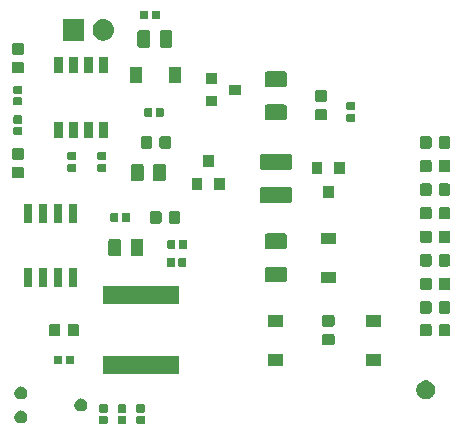
<source format=gbr>
G04 #@! TF.GenerationSoftware,KiCad,Pcbnew,(5.1.4)*
G04 #@! TF.CreationDate,2019-12-13T22:41:35+01:00*
G04 #@! TF.ProjectId,hardware,68617264-7761-4726-952e-6b696361645f,rev?*
G04 #@! TF.SameCoordinates,Original*
G04 #@! TF.FileFunction,Soldermask,Top*
G04 #@! TF.FilePolarity,Negative*
%FSLAX46Y46*%
G04 Gerber Fmt 4.6, Leading zero omitted, Abs format (unit mm)*
G04 Created by KiCad (PCBNEW (5.1.4)) date 2019-12-13 22:41:35*
%MOMM*%
%LPD*%
G04 APERTURE LIST*
%ADD10C,0.100000*%
G04 APERTURE END LIST*
D10*
G36*
X33936938Y-152056716D02*
G01*
X33957557Y-152062971D01*
X33976553Y-152073124D01*
X33993208Y-152086792D01*
X34006876Y-152103447D01*
X34017029Y-152122443D01*
X34023284Y-152143062D01*
X34026000Y-152170640D01*
X34026000Y-152629360D01*
X34023284Y-152656938D01*
X34017029Y-152677557D01*
X34006876Y-152696553D01*
X33993208Y-152713208D01*
X33976553Y-152726876D01*
X33957557Y-152737029D01*
X33936938Y-152743284D01*
X33909360Y-152746000D01*
X33400640Y-152746000D01*
X33373062Y-152743284D01*
X33352443Y-152737029D01*
X33333447Y-152726876D01*
X33316792Y-152713208D01*
X33303124Y-152696553D01*
X33292971Y-152677557D01*
X33286716Y-152656938D01*
X33284000Y-152629360D01*
X33284000Y-152170640D01*
X33286716Y-152143062D01*
X33292971Y-152122443D01*
X33303124Y-152103447D01*
X33316792Y-152086792D01*
X33333447Y-152073124D01*
X33352443Y-152062971D01*
X33373062Y-152056716D01*
X33400640Y-152054000D01*
X33909360Y-152054000D01*
X33936938Y-152056716D01*
X33936938Y-152056716D01*
G37*
G36*
X35524438Y-152056716D02*
G01*
X35545057Y-152062971D01*
X35564053Y-152073124D01*
X35580708Y-152086792D01*
X35594376Y-152103447D01*
X35604529Y-152122443D01*
X35610784Y-152143062D01*
X35613500Y-152170640D01*
X35613500Y-152629360D01*
X35610784Y-152656938D01*
X35604529Y-152677557D01*
X35594376Y-152696553D01*
X35580708Y-152713208D01*
X35564053Y-152726876D01*
X35545057Y-152737029D01*
X35524438Y-152743284D01*
X35496860Y-152746000D01*
X34988140Y-152746000D01*
X34960562Y-152743284D01*
X34939943Y-152737029D01*
X34920947Y-152726876D01*
X34904292Y-152713208D01*
X34890624Y-152696553D01*
X34880471Y-152677557D01*
X34874216Y-152656938D01*
X34871500Y-152629360D01*
X34871500Y-152170640D01*
X34874216Y-152143062D01*
X34880471Y-152122443D01*
X34890624Y-152103447D01*
X34904292Y-152086792D01*
X34920947Y-152073124D01*
X34939943Y-152062971D01*
X34960562Y-152056716D01*
X34988140Y-152054000D01*
X35496860Y-152054000D01*
X35524438Y-152056716D01*
X35524438Y-152056716D01*
G37*
G36*
X37111938Y-152056716D02*
G01*
X37132557Y-152062971D01*
X37151553Y-152073124D01*
X37168208Y-152086792D01*
X37181876Y-152103447D01*
X37192029Y-152122443D01*
X37198284Y-152143062D01*
X37201000Y-152170640D01*
X37201000Y-152629360D01*
X37198284Y-152656938D01*
X37192029Y-152677557D01*
X37181876Y-152696553D01*
X37168208Y-152713208D01*
X37151553Y-152726876D01*
X37132557Y-152737029D01*
X37111938Y-152743284D01*
X37084360Y-152746000D01*
X36575640Y-152746000D01*
X36548062Y-152743284D01*
X36527443Y-152737029D01*
X36508447Y-152726876D01*
X36491792Y-152713208D01*
X36478124Y-152696553D01*
X36467971Y-152677557D01*
X36461716Y-152656938D01*
X36459000Y-152629360D01*
X36459000Y-152170640D01*
X36461716Y-152143062D01*
X36467971Y-152122443D01*
X36478124Y-152103447D01*
X36491792Y-152086792D01*
X36508447Y-152073124D01*
X36527443Y-152062971D01*
X36548062Y-152056716D01*
X36575640Y-152054000D01*
X37084360Y-152054000D01*
X37111938Y-152056716D01*
X37111938Y-152056716D01*
G37*
G36*
X26776578Y-151610197D02*
G01*
X26829350Y-151620694D01*
X26928770Y-151661875D01*
X27018246Y-151721661D01*
X27094339Y-151797754D01*
X27154125Y-151887230D01*
X27195306Y-151986650D01*
X27195306Y-151986651D01*
X27215226Y-152086792D01*
X27216300Y-152092194D01*
X27216300Y-152199806D01*
X27195306Y-152305350D01*
X27154125Y-152404770D01*
X27094339Y-152494246D01*
X27018246Y-152570339D01*
X26928770Y-152630125D01*
X26829350Y-152671306D01*
X26797924Y-152677557D01*
X26723807Y-152692300D01*
X26616193Y-152692300D01*
X26542076Y-152677557D01*
X26510650Y-152671306D01*
X26411230Y-152630125D01*
X26321754Y-152570339D01*
X26245661Y-152494246D01*
X26185875Y-152404770D01*
X26144694Y-152305350D01*
X26123700Y-152199806D01*
X26123700Y-152092194D01*
X26124775Y-152086792D01*
X26144694Y-151986651D01*
X26144694Y-151986650D01*
X26185875Y-151887230D01*
X26245661Y-151797754D01*
X26321754Y-151721661D01*
X26411230Y-151661875D01*
X26510650Y-151620694D01*
X26563422Y-151610197D01*
X26616193Y-151599700D01*
X26723807Y-151599700D01*
X26776578Y-151610197D01*
X26776578Y-151610197D01*
G37*
G36*
X35524438Y-151086716D02*
G01*
X35545057Y-151092971D01*
X35564053Y-151103124D01*
X35580708Y-151116792D01*
X35594376Y-151133447D01*
X35604529Y-151152443D01*
X35610784Y-151173062D01*
X35613500Y-151200640D01*
X35613500Y-151659360D01*
X35610784Y-151686938D01*
X35604529Y-151707557D01*
X35594376Y-151726553D01*
X35580708Y-151743208D01*
X35564053Y-151756876D01*
X35545057Y-151767029D01*
X35524438Y-151773284D01*
X35496860Y-151776000D01*
X34988140Y-151776000D01*
X34960562Y-151773284D01*
X34939943Y-151767029D01*
X34920947Y-151756876D01*
X34904292Y-151743208D01*
X34890624Y-151726553D01*
X34880471Y-151707557D01*
X34874216Y-151686938D01*
X34871500Y-151659360D01*
X34871500Y-151200640D01*
X34874216Y-151173062D01*
X34880471Y-151152443D01*
X34890624Y-151133447D01*
X34904292Y-151116792D01*
X34920947Y-151103124D01*
X34939943Y-151092971D01*
X34960562Y-151086716D01*
X34988140Y-151084000D01*
X35496860Y-151084000D01*
X35524438Y-151086716D01*
X35524438Y-151086716D01*
G37*
G36*
X33936938Y-151086716D02*
G01*
X33957557Y-151092971D01*
X33976553Y-151103124D01*
X33993208Y-151116792D01*
X34006876Y-151133447D01*
X34017029Y-151152443D01*
X34023284Y-151173062D01*
X34026000Y-151200640D01*
X34026000Y-151659360D01*
X34023284Y-151686938D01*
X34017029Y-151707557D01*
X34006876Y-151726553D01*
X33993208Y-151743208D01*
X33976553Y-151756876D01*
X33957557Y-151767029D01*
X33936938Y-151773284D01*
X33909360Y-151776000D01*
X33400640Y-151776000D01*
X33373062Y-151773284D01*
X33352443Y-151767029D01*
X33333447Y-151756876D01*
X33316792Y-151743208D01*
X33303124Y-151726553D01*
X33292971Y-151707557D01*
X33286716Y-151686938D01*
X33284000Y-151659360D01*
X33284000Y-151200640D01*
X33286716Y-151173062D01*
X33292971Y-151152443D01*
X33303124Y-151133447D01*
X33316792Y-151116792D01*
X33333447Y-151103124D01*
X33352443Y-151092971D01*
X33373062Y-151086716D01*
X33400640Y-151084000D01*
X33909360Y-151084000D01*
X33936938Y-151086716D01*
X33936938Y-151086716D01*
G37*
G36*
X37111938Y-151086716D02*
G01*
X37132557Y-151092971D01*
X37151553Y-151103124D01*
X37168208Y-151116792D01*
X37181876Y-151133447D01*
X37192029Y-151152443D01*
X37198284Y-151173062D01*
X37201000Y-151200640D01*
X37201000Y-151659360D01*
X37198284Y-151686938D01*
X37192029Y-151707557D01*
X37181876Y-151726553D01*
X37168208Y-151743208D01*
X37151553Y-151756876D01*
X37132557Y-151767029D01*
X37111938Y-151773284D01*
X37084360Y-151776000D01*
X36575640Y-151776000D01*
X36548062Y-151773284D01*
X36527443Y-151767029D01*
X36508447Y-151756876D01*
X36491792Y-151743208D01*
X36478124Y-151726553D01*
X36467971Y-151707557D01*
X36461716Y-151686938D01*
X36459000Y-151659360D01*
X36459000Y-151200640D01*
X36461716Y-151173062D01*
X36467971Y-151152443D01*
X36478124Y-151133447D01*
X36491792Y-151116792D01*
X36508447Y-151103124D01*
X36527443Y-151092971D01*
X36548062Y-151086716D01*
X36575640Y-151084000D01*
X37084360Y-151084000D01*
X37111938Y-151086716D01*
X37111938Y-151086716D01*
G37*
G36*
X31856578Y-150594197D02*
G01*
X31909350Y-150604694D01*
X32008770Y-150645875D01*
X32098246Y-150705661D01*
X32174339Y-150781754D01*
X32234125Y-150871230D01*
X32275306Y-150970650D01*
X32296300Y-151076194D01*
X32296300Y-151183806D01*
X32275306Y-151289350D01*
X32234125Y-151388770D01*
X32174339Y-151478246D01*
X32098246Y-151554339D01*
X32008770Y-151614125D01*
X31909350Y-151655306D01*
X31888969Y-151659360D01*
X31803807Y-151676300D01*
X31696193Y-151676300D01*
X31611031Y-151659360D01*
X31590650Y-151655306D01*
X31491230Y-151614125D01*
X31401754Y-151554339D01*
X31325661Y-151478246D01*
X31265875Y-151388770D01*
X31224694Y-151289350D01*
X31203700Y-151183806D01*
X31203700Y-151076194D01*
X31224694Y-150970650D01*
X31265875Y-150871230D01*
X31325661Y-150781754D01*
X31401754Y-150705661D01*
X31491230Y-150645875D01*
X31590650Y-150604694D01*
X31643422Y-150594197D01*
X31696193Y-150583700D01*
X31803807Y-150583700D01*
X31856578Y-150594197D01*
X31856578Y-150594197D01*
G37*
G36*
X61193642Y-149089781D02*
G01*
X61339414Y-149150162D01*
X61339416Y-149150163D01*
X61470608Y-149237822D01*
X61582178Y-149349392D01*
X61669837Y-149480584D01*
X61669838Y-149480586D01*
X61730219Y-149626358D01*
X61761000Y-149781107D01*
X61761000Y-149938893D01*
X61730219Y-150093642D01*
X61669838Y-150239414D01*
X61669837Y-150239416D01*
X61582178Y-150370608D01*
X61470608Y-150482178D01*
X61339416Y-150569837D01*
X61339415Y-150569838D01*
X61339414Y-150569838D01*
X61193642Y-150630219D01*
X61038893Y-150661000D01*
X60881107Y-150661000D01*
X60726358Y-150630219D01*
X60580586Y-150569838D01*
X60580585Y-150569838D01*
X60580584Y-150569837D01*
X60449392Y-150482178D01*
X60337822Y-150370608D01*
X60250163Y-150239416D01*
X60250162Y-150239414D01*
X60189781Y-150093642D01*
X60159000Y-149938893D01*
X60159000Y-149781107D01*
X60189781Y-149626358D01*
X60250162Y-149480586D01*
X60250163Y-149480584D01*
X60337822Y-149349392D01*
X60449392Y-149237822D01*
X60580584Y-149150163D01*
X60580586Y-149150162D01*
X60726358Y-149089781D01*
X60881107Y-149059000D01*
X61038893Y-149059000D01*
X61193642Y-149089781D01*
X61193642Y-149089781D01*
G37*
G36*
X26776578Y-149578197D02*
G01*
X26829350Y-149588694D01*
X26928770Y-149629875D01*
X27018246Y-149689661D01*
X27094339Y-149765754D01*
X27154125Y-149855230D01*
X27195306Y-149954650D01*
X27216300Y-150060194D01*
X27216300Y-150167806D01*
X27195306Y-150273350D01*
X27154125Y-150372770D01*
X27094339Y-150462246D01*
X27018246Y-150538339D01*
X26928770Y-150598125D01*
X26829350Y-150639306D01*
X26796325Y-150645875D01*
X26723807Y-150660300D01*
X26616193Y-150660300D01*
X26543675Y-150645875D01*
X26510650Y-150639306D01*
X26411230Y-150598125D01*
X26321754Y-150538339D01*
X26245661Y-150462246D01*
X26185875Y-150372770D01*
X26144694Y-150273350D01*
X26123700Y-150167806D01*
X26123700Y-150060194D01*
X26144694Y-149954650D01*
X26185875Y-149855230D01*
X26245661Y-149765754D01*
X26321754Y-149689661D01*
X26411230Y-149629875D01*
X26510650Y-149588694D01*
X26563422Y-149578197D01*
X26616193Y-149567700D01*
X26723807Y-149567700D01*
X26776578Y-149578197D01*
X26776578Y-149578197D01*
G37*
G36*
X40031000Y-148506000D02*
G01*
X33629000Y-148506000D01*
X33629000Y-146954000D01*
X40031000Y-146954000D01*
X40031000Y-148506000D01*
X40031000Y-148506000D01*
G37*
G36*
X48911000Y-147821000D02*
G01*
X47609000Y-147821000D01*
X47609000Y-146819000D01*
X48911000Y-146819000D01*
X48911000Y-147821000D01*
X48911000Y-147821000D01*
G37*
G36*
X57166000Y-147821000D02*
G01*
X55864000Y-147821000D01*
X55864000Y-146819000D01*
X57166000Y-146819000D01*
X57166000Y-147821000D01*
X57166000Y-147821000D01*
G37*
G36*
X31071938Y-146951716D02*
G01*
X31092557Y-146957971D01*
X31111553Y-146968124D01*
X31128208Y-146981792D01*
X31141876Y-146998447D01*
X31152029Y-147017443D01*
X31158284Y-147038062D01*
X31161000Y-147065640D01*
X31161000Y-147574360D01*
X31158284Y-147601938D01*
X31152029Y-147622557D01*
X31141876Y-147641553D01*
X31128208Y-147658208D01*
X31111553Y-147671876D01*
X31092557Y-147682029D01*
X31071938Y-147688284D01*
X31044360Y-147691000D01*
X30585640Y-147691000D01*
X30558062Y-147688284D01*
X30537443Y-147682029D01*
X30518447Y-147671876D01*
X30501792Y-147658208D01*
X30488124Y-147641553D01*
X30477971Y-147622557D01*
X30471716Y-147601938D01*
X30469000Y-147574360D01*
X30469000Y-147065640D01*
X30471716Y-147038062D01*
X30477971Y-147017443D01*
X30488124Y-146998447D01*
X30501792Y-146981792D01*
X30518447Y-146968124D01*
X30537443Y-146957971D01*
X30558062Y-146951716D01*
X30585640Y-146949000D01*
X31044360Y-146949000D01*
X31071938Y-146951716D01*
X31071938Y-146951716D01*
G37*
G36*
X30101938Y-146951716D02*
G01*
X30122557Y-146957971D01*
X30141553Y-146968124D01*
X30158208Y-146981792D01*
X30171876Y-146998447D01*
X30182029Y-147017443D01*
X30188284Y-147038062D01*
X30191000Y-147065640D01*
X30191000Y-147574360D01*
X30188284Y-147601938D01*
X30182029Y-147622557D01*
X30171876Y-147641553D01*
X30158208Y-147658208D01*
X30141553Y-147671876D01*
X30122557Y-147682029D01*
X30101938Y-147688284D01*
X30074360Y-147691000D01*
X29615640Y-147691000D01*
X29588062Y-147688284D01*
X29567443Y-147682029D01*
X29548447Y-147671876D01*
X29531792Y-147658208D01*
X29518124Y-147641553D01*
X29507971Y-147622557D01*
X29501716Y-147601938D01*
X29499000Y-147574360D01*
X29499000Y-147065640D01*
X29501716Y-147038062D01*
X29507971Y-147017443D01*
X29518124Y-146998447D01*
X29531792Y-146981792D01*
X29548447Y-146968124D01*
X29567443Y-146957971D01*
X29588062Y-146951716D01*
X29615640Y-146949000D01*
X30074360Y-146949000D01*
X30101938Y-146951716D01*
X30101938Y-146951716D01*
G37*
G36*
X53084591Y-145103085D02*
G01*
X53118569Y-145113393D01*
X53149890Y-145130134D01*
X53177339Y-145152661D01*
X53199866Y-145180110D01*
X53216607Y-145211431D01*
X53226915Y-145245409D01*
X53231000Y-145286890D01*
X53231000Y-145888110D01*
X53226915Y-145929591D01*
X53216607Y-145963569D01*
X53199866Y-145994890D01*
X53177339Y-146022339D01*
X53149890Y-146044866D01*
X53118569Y-146061607D01*
X53084591Y-146071915D01*
X53043110Y-146076000D01*
X52366890Y-146076000D01*
X52325409Y-146071915D01*
X52291431Y-146061607D01*
X52260110Y-146044866D01*
X52232661Y-146022339D01*
X52210134Y-145994890D01*
X52193393Y-145963569D01*
X52183085Y-145929591D01*
X52179000Y-145888110D01*
X52179000Y-145286890D01*
X52183085Y-145245409D01*
X52193393Y-145211431D01*
X52210134Y-145180110D01*
X52232661Y-145152661D01*
X52260110Y-145130134D01*
X52291431Y-145113393D01*
X52325409Y-145103085D01*
X52366890Y-145099000D01*
X53043110Y-145099000D01*
X53084591Y-145103085D01*
X53084591Y-145103085D01*
G37*
G36*
X61302091Y-144283485D02*
G01*
X61336069Y-144293793D01*
X61367390Y-144310534D01*
X61394839Y-144333061D01*
X61417366Y-144360510D01*
X61434107Y-144391831D01*
X61444415Y-144425809D01*
X61448500Y-144467290D01*
X61448500Y-145143510D01*
X61444415Y-145184991D01*
X61434107Y-145218969D01*
X61417366Y-145250290D01*
X61394839Y-145277739D01*
X61367390Y-145300266D01*
X61336069Y-145317007D01*
X61302091Y-145327315D01*
X61260610Y-145331400D01*
X60659390Y-145331400D01*
X60617909Y-145327315D01*
X60583931Y-145317007D01*
X60552610Y-145300266D01*
X60525161Y-145277739D01*
X60502634Y-145250290D01*
X60485893Y-145218969D01*
X60475585Y-145184991D01*
X60471500Y-145143510D01*
X60471500Y-144467290D01*
X60475585Y-144425809D01*
X60485893Y-144391831D01*
X60502634Y-144360510D01*
X60525161Y-144333061D01*
X60552610Y-144310534D01*
X60583931Y-144293793D01*
X60617909Y-144283485D01*
X60659390Y-144279400D01*
X61260610Y-144279400D01*
X61302091Y-144283485D01*
X61302091Y-144283485D01*
G37*
G36*
X62877091Y-144283485D02*
G01*
X62911069Y-144293793D01*
X62942390Y-144310534D01*
X62969839Y-144333061D01*
X62992366Y-144360510D01*
X63009107Y-144391831D01*
X63019415Y-144425809D01*
X63023500Y-144467290D01*
X63023500Y-145143510D01*
X63019415Y-145184991D01*
X63009107Y-145218969D01*
X62992366Y-145250290D01*
X62969839Y-145277739D01*
X62942390Y-145300266D01*
X62911069Y-145317007D01*
X62877091Y-145327315D01*
X62835610Y-145331400D01*
X62234390Y-145331400D01*
X62192909Y-145327315D01*
X62158931Y-145317007D01*
X62127610Y-145300266D01*
X62100161Y-145277739D01*
X62077634Y-145250290D01*
X62060893Y-145218969D01*
X62050585Y-145184991D01*
X62046500Y-145143510D01*
X62046500Y-144467290D01*
X62050585Y-144425809D01*
X62060893Y-144391831D01*
X62077634Y-144360510D01*
X62100161Y-144333061D01*
X62127610Y-144310534D01*
X62158931Y-144293793D01*
X62192909Y-144283485D01*
X62234390Y-144279400D01*
X62835610Y-144279400D01*
X62877091Y-144283485D01*
X62877091Y-144283485D01*
G37*
G36*
X31457091Y-144258085D02*
G01*
X31491069Y-144268393D01*
X31522390Y-144285134D01*
X31549839Y-144307661D01*
X31572366Y-144335110D01*
X31589107Y-144366431D01*
X31599415Y-144400409D01*
X31603500Y-144441890D01*
X31603500Y-145118110D01*
X31599415Y-145159591D01*
X31589107Y-145193569D01*
X31572366Y-145224890D01*
X31549839Y-145252339D01*
X31522390Y-145274866D01*
X31491069Y-145291607D01*
X31457091Y-145301915D01*
X31415610Y-145306000D01*
X30814390Y-145306000D01*
X30772909Y-145301915D01*
X30738931Y-145291607D01*
X30707610Y-145274866D01*
X30680161Y-145252339D01*
X30657634Y-145224890D01*
X30640893Y-145193569D01*
X30630585Y-145159591D01*
X30626500Y-145118110D01*
X30626500Y-144441890D01*
X30630585Y-144400409D01*
X30640893Y-144366431D01*
X30657634Y-144335110D01*
X30680161Y-144307661D01*
X30707610Y-144285134D01*
X30738931Y-144268393D01*
X30772909Y-144258085D01*
X30814390Y-144254000D01*
X31415610Y-144254000D01*
X31457091Y-144258085D01*
X31457091Y-144258085D01*
G37*
G36*
X29882091Y-144258085D02*
G01*
X29916069Y-144268393D01*
X29947390Y-144285134D01*
X29974839Y-144307661D01*
X29997366Y-144335110D01*
X30014107Y-144366431D01*
X30024415Y-144400409D01*
X30028500Y-144441890D01*
X30028500Y-145118110D01*
X30024415Y-145159591D01*
X30014107Y-145193569D01*
X29997366Y-145224890D01*
X29974839Y-145252339D01*
X29947390Y-145274866D01*
X29916069Y-145291607D01*
X29882091Y-145301915D01*
X29840610Y-145306000D01*
X29239390Y-145306000D01*
X29197909Y-145301915D01*
X29163931Y-145291607D01*
X29132610Y-145274866D01*
X29105161Y-145252339D01*
X29082634Y-145224890D01*
X29065893Y-145193569D01*
X29055585Y-145159591D01*
X29051500Y-145118110D01*
X29051500Y-144441890D01*
X29055585Y-144400409D01*
X29065893Y-144366431D01*
X29082634Y-144335110D01*
X29105161Y-144307661D01*
X29132610Y-144285134D01*
X29163931Y-144268393D01*
X29197909Y-144258085D01*
X29239390Y-144254000D01*
X29840610Y-144254000D01*
X29882091Y-144258085D01*
X29882091Y-144258085D01*
G37*
G36*
X57166000Y-144521000D02*
G01*
X55864000Y-144521000D01*
X55864000Y-143519000D01*
X57166000Y-143519000D01*
X57166000Y-144521000D01*
X57166000Y-144521000D01*
G37*
G36*
X48911000Y-144521000D02*
G01*
X47609000Y-144521000D01*
X47609000Y-143519000D01*
X48911000Y-143519000D01*
X48911000Y-144521000D01*
X48911000Y-144521000D01*
G37*
G36*
X53084591Y-143528085D02*
G01*
X53118569Y-143538393D01*
X53149890Y-143555134D01*
X53177339Y-143577661D01*
X53199866Y-143605110D01*
X53216607Y-143636431D01*
X53226915Y-143670409D01*
X53231000Y-143711890D01*
X53231000Y-144313110D01*
X53226915Y-144354591D01*
X53216607Y-144388569D01*
X53199866Y-144419890D01*
X53177339Y-144447339D01*
X53149890Y-144469866D01*
X53118569Y-144486607D01*
X53084591Y-144496915D01*
X53043110Y-144501000D01*
X52366890Y-144501000D01*
X52325409Y-144496915D01*
X52291431Y-144486607D01*
X52260110Y-144469866D01*
X52232661Y-144447339D01*
X52210134Y-144419890D01*
X52193393Y-144388569D01*
X52183085Y-144354591D01*
X52179000Y-144313110D01*
X52179000Y-143711890D01*
X52183085Y-143670409D01*
X52193393Y-143636431D01*
X52210134Y-143605110D01*
X52232661Y-143577661D01*
X52260110Y-143555134D01*
X52291431Y-143538393D01*
X52325409Y-143528085D01*
X52366890Y-143524000D01*
X53043110Y-143524000D01*
X53084591Y-143528085D01*
X53084591Y-143528085D01*
G37*
G36*
X62877091Y-142353085D02*
G01*
X62911069Y-142363393D01*
X62942390Y-142380134D01*
X62969839Y-142402661D01*
X62992366Y-142430110D01*
X63009107Y-142461431D01*
X63019415Y-142495409D01*
X63023500Y-142536890D01*
X63023500Y-143213110D01*
X63019415Y-143254591D01*
X63009107Y-143288569D01*
X62992366Y-143319890D01*
X62969839Y-143347339D01*
X62942390Y-143369866D01*
X62911069Y-143386607D01*
X62877091Y-143396915D01*
X62835610Y-143401000D01*
X62234390Y-143401000D01*
X62192909Y-143396915D01*
X62158931Y-143386607D01*
X62127610Y-143369866D01*
X62100161Y-143347339D01*
X62077634Y-143319890D01*
X62060893Y-143288569D01*
X62050585Y-143254591D01*
X62046500Y-143213110D01*
X62046500Y-142536890D01*
X62050585Y-142495409D01*
X62060893Y-142461431D01*
X62077634Y-142430110D01*
X62100161Y-142402661D01*
X62127610Y-142380134D01*
X62158931Y-142363393D01*
X62192909Y-142353085D01*
X62234390Y-142349000D01*
X62835610Y-142349000D01*
X62877091Y-142353085D01*
X62877091Y-142353085D01*
G37*
G36*
X61302091Y-142353085D02*
G01*
X61336069Y-142363393D01*
X61367390Y-142380134D01*
X61394839Y-142402661D01*
X61417366Y-142430110D01*
X61434107Y-142461431D01*
X61444415Y-142495409D01*
X61448500Y-142536890D01*
X61448500Y-143213110D01*
X61444415Y-143254591D01*
X61434107Y-143288569D01*
X61417366Y-143319890D01*
X61394839Y-143347339D01*
X61367390Y-143369866D01*
X61336069Y-143386607D01*
X61302091Y-143396915D01*
X61260610Y-143401000D01*
X60659390Y-143401000D01*
X60617909Y-143396915D01*
X60583931Y-143386607D01*
X60552610Y-143369866D01*
X60525161Y-143347339D01*
X60502634Y-143319890D01*
X60485893Y-143288569D01*
X60475585Y-143254591D01*
X60471500Y-143213110D01*
X60471500Y-142536890D01*
X60475585Y-142495409D01*
X60485893Y-142461431D01*
X60502634Y-142430110D01*
X60525161Y-142402661D01*
X60552610Y-142380134D01*
X60583931Y-142363393D01*
X60617909Y-142353085D01*
X60659390Y-142349000D01*
X61260610Y-142349000D01*
X61302091Y-142353085D01*
X61302091Y-142353085D01*
G37*
G36*
X40031000Y-142606000D02*
G01*
X33629000Y-142606000D01*
X33629000Y-141054000D01*
X40031000Y-141054000D01*
X40031000Y-142606000D01*
X40031000Y-142606000D01*
G37*
G36*
X61302091Y-140357369D02*
G01*
X61336069Y-140367677D01*
X61367390Y-140384418D01*
X61394839Y-140406945D01*
X61417366Y-140434394D01*
X61434107Y-140465715D01*
X61444415Y-140499693D01*
X61448500Y-140541174D01*
X61448500Y-141217394D01*
X61444415Y-141258875D01*
X61434107Y-141292853D01*
X61417366Y-141324174D01*
X61394839Y-141351623D01*
X61367390Y-141374150D01*
X61336069Y-141390891D01*
X61302091Y-141401199D01*
X61260610Y-141405284D01*
X60659390Y-141405284D01*
X60617909Y-141401199D01*
X60583931Y-141390891D01*
X60552610Y-141374150D01*
X60525161Y-141351623D01*
X60502634Y-141324174D01*
X60485893Y-141292853D01*
X60475585Y-141258875D01*
X60471500Y-141217394D01*
X60471500Y-140541174D01*
X60475585Y-140499693D01*
X60485893Y-140465715D01*
X60502634Y-140434394D01*
X60525161Y-140406945D01*
X60552610Y-140384418D01*
X60583931Y-140367677D01*
X60617909Y-140357369D01*
X60659390Y-140353284D01*
X61260610Y-140353284D01*
X61302091Y-140357369D01*
X61302091Y-140357369D01*
G37*
G36*
X62877091Y-140357369D02*
G01*
X62911069Y-140367677D01*
X62942390Y-140384418D01*
X62969839Y-140406945D01*
X62992366Y-140434394D01*
X63009107Y-140465715D01*
X63019415Y-140499693D01*
X63023500Y-140541174D01*
X63023500Y-141217394D01*
X63019415Y-141258875D01*
X63009107Y-141292853D01*
X62992366Y-141324174D01*
X62969839Y-141351623D01*
X62942390Y-141374150D01*
X62911069Y-141390891D01*
X62877091Y-141401199D01*
X62835610Y-141405284D01*
X62234390Y-141405284D01*
X62192909Y-141401199D01*
X62158931Y-141390891D01*
X62127610Y-141374150D01*
X62100161Y-141351623D01*
X62077634Y-141324174D01*
X62060893Y-141292853D01*
X62050585Y-141258875D01*
X62046500Y-141217394D01*
X62046500Y-140541174D01*
X62050585Y-140499693D01*
X62060893Y-140465715D01*
X62077634Y-140434394D01*
X62100161Y-140406945D01*
X62127610Y-140384418D01*
X62158931Y-140367677D01*
X62192909Y-140357369D01*
X62234390Y-140353284D01*
X62835610Y-140353284D01*
X62877091Y-140357369D01*
X62877091Y-140357369D01*
G37*
G36*
X31466000Y-141161000D02*
G01*
X30764000Y-141161000D01*
X30764000Y-139509000D01*
X31466000Y-139509000D01*
X31466000Y-141161000D01*
X31466000Y-141161000D01*
G37*
G36*
X28926000Y-141161000D02*
G01*
X28224000Y-141161000D01*
X28224000Y-139509000D01*
X28926000Y-139509000D01*
X28926000Y-141161000D01*
X28926000Y-141161000D01*
G37*
G36*
X27656000Y-141161000D02*
G01*
X26954000Y-141161000D01*
X26954000Y-139509000D01*
X27656000Y-139509000D01*
X27656000Y-141161000D01*
X27656000Y-141161000D01*
G37*
G36*
X30196000Y-141161000D02*
G01*
X29494000Y-141161000D01*
X29494000Y-139509000D01*
X30196000Y-139509000D01*
X30196000Y-141161000D01*
X30196000Y-141161000D01*
G37*
G36*
X53356000Y-140836000D02*
G01*
X52054000Y-140836000D01*
X52054000Y-139834000D01*
X53356000Y-139834000D01*
X53356000Y-140836000D01*
X53356000Y-140836000D01*
G37*
G36*
X49028604Y-139413347D02*
G01*
X49065144Y-139424432D01*
X49098821Y-139442433D01*
X49128341Y-139466659D01*
X49152567Y-139496179D01*
X49170568Y-139529856D01*
X49181653Y-139566396D01*
X49186000Y-139610538D01*
X49186000Y-140559462D01*
X49181653Y-140603604D01*
X49170568Y-140640144D01*
X49152567Y-140673821D01*
X49128341Y-140703341D01*
X49098821Y-140727567D01*
X49065144Y-140745568D01*
X49028604Y-140756653D01*
X48984462Y-140761000D01*
X47535538Y-140761000D01*
X47491396Y-140756653D01*
X47454856Y-140745568D01*
X47421179Y-140727567D01*
X47391659Y-140703341D01*
X47367433Y-140673821D01*
X47349432Y-140640144D01*
X47338347Y-140603604D01*
X47334000Y-140559462D01*
X47334000Y-139610538D01*
X47338347Y-139566396D01*
X47349432Y-139529856D01*
X47367433Y-139496179D01*
X47391659Y-139466659D01*
X47421179Y-139442433D01*
X47454856Y-139424432D01*
X47491396Y-139413347D01*
X47535538Y-139409000D01*
X48984462Y-139409000D01*
X49028604Y-139413347D01*
X49028604Y-139413347D01*
G37*
G36*
X40596938Y-138696716D02*
G01*
X40617557Y-138702971D01*
X40636553Y-138713124D01*
X40653208Y-138726792D01*
X40666876Y-138743447D01*
X40677029Y-138762443D01*
X40683284Y-138783062D01*
X40686000Y-138810640D01*
X40686000Y-139319360D01*
X40683284Y-139346938D01*
X40677029Y-139367557D01*
X40666876Y-139386553D01*
X40653208Y-139403208D01*
X40636553Y-139416876D01*
X40617557Y-139427029D01*
X40596938Y-139433284D01*
X40569360Y-139436000D01*
X40110640Y-139436000D01*
X40083062Y-139433284D01*
X40062443Y-139427029D01*
X40043447Y-139416876D01*
X40026792Y-139403208D01*
X40013124Y-139386553D01*
X40002971Y-139367557D01*
X39996716Y-139346938D01*
X39994000Y-139319360D01*
X39994000Y-138810640D01*
X39996716Y-138783062D01*
X40002971Y-138762443D01*
X40013124Y-138743447D01*
X40026792Y-138726792D01*
X40043447Y-138713124D01*
X40062443Y-138702971D01*
X40083062Y-138696716D01*
X40110640Y-138694000D01*
X40569360Y-138694000D01*
X40596938Y-138696716D01*
X40596938Y-138696716D01*
G37*
G36*
X39626938Y-138696716D02*
G01*
X39647557Y-138702971D01*
X39666553Y-138713124D01*
X39683208Y-138726792D01*
X39696876Y-138743447D01*
X39707029Y-138762443D01*
X39713284Y-138783062D01*
X39716000Y-138810640D01*
X39716000Y-139319360D01*
X39713284Y-139346938D01*
X39707029Y-139367557D01*
X39696876Y-139386553D01*
X39683208Y-139403208D01*
X39666553Y-139416876D01*
X39647557Y-139427029D01*
X39626938Y-139433284D01*
X39599360Y-139436000D01*
X39140640Y-139436000D01*
X39113062Y-139433284D01*
X39092443Y-139427029D01*
X39073447Y-139416876D01*
X39056792Y-139403208D01*
X39043124Y-139386553D01*
X39032971Y-139367557D01*
X39026716Y-139346938D01*
X39024000Y-139319360D01*
X39024000Y-138810640D01*
X39026716Y-138783062D01*
X39032971Y-138762443D01*
X39043124Y-138743447D01*
X39056792Y-138726792D01*
X39073447Y-138713124D01*
X39092443Y-138702971D01*
X39113062Y-138696716D01*
X39140640Y-138694000D01*
X39599360Y-138694000D01*
X39626938Y-138696716D01*
X39626938Y-138696716D01*
G37*
G36*
X62877091Y-138361655D02*
G01*
X62911069Y-138371963D01*
X62942390Y-138388704D01*
X62969839Y-138411231D01*
X62992366Y-138438680D01*
X63009107Y-138470001D01*
X63019415Y-138503979D01*
X63023500Y-138545460D01*
X63023500Y-139221680D01*
X63019415Y-139263161D01*
X63009107Y-139297139D01*
X62992366Y-139328460D01*
X62969839Y-139355909D01*
X62942390Y-139378436D01*
X62911069Y-139395177D01*
X62877091Y-139405485D01*
X62835610Y-139409570D01*
X62234390Y-139409570D01*
X62192909Y-139405485D01*
X62158931Y-139395177D01*
X62127610Y-139378436D01*
X62100161Y-139355909D01*
X62077634Y-139328460D01*
X62060893Y-139297139D01*
X62050585Y-139263161D01*
X62046500Y-139221680D01*
X62046500Y-138545460D01*
X62050585Y-138503979D01*
X62060893Y-138470001D01*
X62077634Y-138438680D01*
X62100161Y-138411231D01*
X62127610Y-138388704D01*
X62158931Y-138371963D01*
X62192909Y-138361655D01*
X62234390Y-138357570D01*
X62835610Y-138357570D01*
X62877091Y-138361655D01*
X62877091Y-138361655D01*
G37*
G36*
X61302091Y-138361655D02*
G01*
X61336069Y-138371963D01*
X61367390Y-138388704D01*
X61394839Y-138411231D01*
X61417366Y-138438680D01*
X61434107Y-138470001D01*
X61444415Y-138503979D01*
X61448500Y-138545460D01*
X61448500Y-139221680D01*
X61444415Y-139263161D01*
X61434107Y-139297139D01*
X61417366Y-139328460D01*
X61394839Y-139355909D01*
X61367390Y-139378436D01*
X61336069Y-139395177D01*
X61302091Y-139405485D01*
X61260610Y-139409570D01*
X60659390Y-139409570D01*
X60617909Y-139405485D01*
X60583931Y-139395177D01*
X60552610Y-139378436D01*
X60525161Y-139355909D01*
X60502634Y-139328460D01*
X60485893Y-139297139D01*
X60475585Y-139263161D01*
X60471500Y-139221680D01*
X60471500Y-138545460D01*
X60475585Y-138503979D01*
X60485893Y-138470001D01*
X60502634Y-138438680D01*
X60525161Y-138411231D01*
X60552610Y-138388704D01*
X60583931Y-138371963D01*
X60617909Y-138361655D01*
X60659390Y-138357570D01*
X61260610Y-138357570D01*
X61302091Y-138361655D01*
X61302091Y-138361655D01*
G37*
G36*
X34994468Y-137048565D02*
G01*
X35033138Y-137060296D01*
X35068777Y-137079346D01*
X35100017Y-137104983D01*
X35125654Y-137136223D01*
X35144704Y-137171862D01*
X35156435Y-137210532D01*
X35161000Y-137256888D01*
X35161000Y-138333112D01*
X35156435Y-138379468D01*
X35144704Y-138418138D01*
X35125654Y-138453777D01*
X35100017Y-138485017D01*
X35068777Y-138510654D01*
X35033138Y-138529704D01*
X34994468Y-138541435D01*
X34948112Y-138546000D01*
X34296888Y-138546000D01*
X34250532Y-138541435D01*
X34211862Y-138529704D01*
X34176223Y-138510654D01*
X34144983Y-138485017D01*
X34119346Y-138453777D01*
X34100296Y-138418138D01*
X34088565Y-138379468D01*
X34084000Y-138333112D01*
X34084000Y-137256888D01*
X34088565Y-137210532D01*
X34100296Y-137171862D01*
X34119346Y-137136223D01*
X34144983Y-137104983D01*
X34176223Y-137079346D01*
X34211862Y-137060296D01*
X34250532Y-137048565D01*
X34296888Y-137044000D01*
X34948112Y-137044000D01*
X34994468Y-137048565D01*
X34994468Y-137048565D01*
G37*
G36*
X36869468Y-137048565D02*
G01*
X36908138Y-137060296D01*
X36943777Y-137079346D01*
X36975017Y-137104983D01*
X37000654Y-137136223D01*
X37019704Y-137171862D01*
X37031435Y-137210532D01*
X37036000Y-137256888D01*
X37036000Y-138333112D01*
X37031435Y-138379468D01*
X37019704Y-138418138D01*
X37000654Y-138453777D01*
X36975017Y-138485017D01*
X36943777Y-138510654D01*
X36908138Y-138529704D01*
X36869468Y-138541435D01*
X36823112Y-138546000D01*
X36171888Y-138546000D01*
X36125532Y-138541435D01*
X36086862Y-138529704D01*
X36051223Y-138510654D01*
X36019983Y-138485017D01*
X35994346Y-138453777D01*
X35975296Y-138418138D01*
X35963565Y-138379468D01*
X35959000Y-138333112D01*
X35959000Y-137256888D01*
X35963565Y-137210532D01*
X35975296Y-137171862D01*
X35994346Y-137136223D01*
X36019983Y-137104983D01*
X36051223Y-137079346D01*
X36086862Y-137060296D01*
X36125532Y-137048565D01*
X36171888Y-137044000D01*
X36823112Y-137044000D01*
X36869468Y-137048565D01*
X36869468Y-137048565D01*
G37*
G36*
X49028604Y-136613347D02*
G01*
X49065144Y-136624432D01*
X49098821Y-136642433D01*
X49128341Y-136666659D01*
X49152567Y-136696179D01*
X49170568Y-136729856D01*
X49181653Y-136766396D01*
X49186000Y-136810538D01*
X49186000Y-137759462D01*
X49181653Y-137803604D01*
X49170568Y-137840144D01*
X49152567Y-137873821D01*
X49128341Y-137903341D01*
X49098821Y-137927567D01*
X49065144Y-137945568D01*
X49028604Y-137956653D01*
X48984462Y-137961000D01*
X47535538Y-137961000D01*
X47491396Y-137956653D01*
X47454856Y-137945568D01*
X47421179Y-137927567D01*
X47391659Y-137903341D01*
X47367433Y-137873821D01*
X47349432Y-137840144D01*
X47338347Y-137803604D01*
X47334000Y-137759462D01*
X47334000Y-136810538D01*
X47338347Y-136766396D01*
X47349432Y-136729856D01*
X47367433Y-136696179D01*
X47391659Y-136666659D01*
X47421179Y-136642433D01*
X47454856Y-136624432D01*
X47491396Y-136613347D01*
X47535538Y-136609000D01*
X48984462Y-136609000D01*
X49028604Y-136613347D01*
X49028604Y-136613347D01*
G37*
G36*
X39672938Y-137172716D02*
G01*
X39693557Y-137178971D01*
X39712553Y-137189124D01*
X39729208Y-137202792D01*
X39742876Y-137219447D01*
X39753029Y-137238443D01*
X39759284Y-137259062D01*
X39762000Y-137286640D01*
X39762000Y-137795360D01*
X39759284Y-137822938D01*
X39753029Y-137843557D01*
X39742876Y-137862553D01*
X39729208Y-137879208D01*
X39712553Y-137892876D01*
X39693557Y-137903029D01*
X39672938Y-137909284D01*
X39645360Y-137912000D01*
X39186640Y-137912000D01*
X39159062Y-137909284D01*
X39138443Y-137903029D01*
X39119447Y-137892876D01*
X39102792Y-137879208D01*
X39089124Y-137862553D01*
X39078971Y-137843557D01*
X39072716Y-137822938D01*
X39070000Y-137795360D01*
X39070000Y-137286640D01*
X39072716Y-137259062D01*
X39078971Y-137238443D01*
X39089124Y-137219447D01*
X39102792Y-137202792D01*
X39119447Y-137189124D01*
X39138443Y-137178971D01*
X39159062Y-137172716D01*
X39186640Y-137170000D01*
X39645360Y-137170000D01*
X39672938Y-137172716D01*
X39672938Y-137172716D01*
G37*
G36*
X40642938Y-137172716D02*
G01*
X40663557Y-137178971D01*
X40682553Y-137189124D01*
X40699208Y-137202792D01*
X40712876Y-137219447D01*
X40723029Y-137238443D01*
X40729284Y-137259062D01*
X40732000Y-137286640D01*
X40732000Y-137795360D01*
X40729284Y-137822938D01*
X40723029Y-137843557D01*
X40712876Y-137862553D01*
X40699208Y-137879208D01*
X40682553Y-137892876D01*
X40663557Y-137903029D01*
X40642938Y-137909284D01*
X40615360Y-137912000D01*
X40156640Y-137912000D01*
X40129062Y-137909284D01*
X40108443Y-137903029D01*
X40089447Y-137892876D01*
X40072792Y-137879208D01*
X40059124Y-137862553D01*
X40048971Y-137843557D01*
X40042716Y-137822938D01*
X40040000Y-137795360D01*
X40040000Y-137286640D01*
X40042716Y-137259062D01*
X40048971Y-137238443D01*
X40059124Y-137219447D01*
X40072792Y-137202792D01*
X40089447Y-137189124D01*
X40108443Y-137178971D01*
X40129062Y-137172716D01*
X40156640Y-137170000D01*
X40615360Y-137170000D01*
X40642938Y-137172716D01*
X40642938Y-137172716D01*
G37*
G36*
X53356000Y-137536000D02*
G01*
X52054000Y-137536000D01*
X52054000Y-136534000D01*
X53356000Y-136534000D01*
X53356000Y-137536000D01*
X53356000Y-137536000D01*
G37*
G36*
X61302091Y-136365941D02*
G01*
X61336069Y-136376249D01*
X61367390Y-136392990D01*
X61394839Y-136415517D01*
X61417366Y-136442966D01*
X61434107Y-136474287D01*
X61444415Y-136508265D01*
X61448500Y-136549746D01*
X61448500Y-137225966D01*
X61444415Y-137267447D01*
X61434107Y-137301425D01*
X61417366Y-137332746D01*
X61394839Y-137360195D01*
X61367390Y-137382722D01*
X61336069Y-137399463D01*
X61302091Y-137409771D01*
X61260610Y-137413856D01*
X60659390Y-137413856D01*
X60617909Y-137409771D01*
X60583931Y-137399463D01*
X60552610Y-137382722D01*
X60525161Y-137360195D01*
X60502634Y-137332746D01*
X60485893Y-137301425D01*
X60475585Y-137267447D01*
X60471500Y-137225966D01*
X60471500Y-136549746D01*
X60475585Y-136508265D01*
X60485893Y-136474287D01*
X60502634Y-136442966D01*
X60525161Y-136415517D01*
X60552610Y-136392990D01*
X60583931Y-136376249D01*
X60617909Y-136365941D01*
X60659390Y-136361856D01*
X61260610Y-136361856D01*
X61302091Y-136365941D01*
X61302091Y-136365941D01*
G37*
G36*
X62877091Y-136365941D02*
G01*
X62911069Y-136376249D01*
X62942390Y-136392990D01*
X62969839Y-136415517D01*
X62992366Y-136442966D01*
X63009107Y-136474287D01*
X63019415Y-136508265D01*
X63023500Y-136549746D01*
X63023500Y-137225966D01*
X63019415Y-137267447D01*
X63009107Y-137301425D01*
X62992366Y-137332746D01*
X62969839Y-137360195D01*
X62942390Y-137382722D01*
X62911069Y-137399463D01*
X62877091Y-137409771D01*
X62835610Y-137413856D01*
X62234390Y-137413856D01*
X62192909Y-137409771D01*
X62158931Y-137399463D01*
X62127610Y-137382722D01*
X62100161Y-137360195D01*
X62077634Y-137332746D01*
X62060893Y-137301425D01*
X62050585Y-137267447D01*
X62046500Y-137225966D01*
X62046500Y-136549746D01*
X62050585Y-136508265D01*
X62060893Y-136474287D01*
X62077634Y-136442966D01*
X62100161Y-136415517D01*
X62127610Y-136392990D01*
X62158931Y-136376249D01*
X62192909Y-136365941D01*
X62234390Y-136361856D01*
X62835610Y-136361856D01*
X62877091Y-136365941D01*
X62877091Y-136365941D01*
G37*
G36*
X38442091Y-134733085D02*
G01*
X38476069Y-134743393D01*
X38507390Y-134760134D01*
X38534839Y-134782661D01*
X38557366Y-134810110D01*
X38574107Y-134841431D01*
X38584415Y-134875409D01*
X38588500Y-134916890D01*
X38588500Y-135593110D01*
X38584415Y-135634591D01*
X38574107Y-135668569D01*
X38557366Y-135699890D01*
X38534839Y-135727339D01*
X38507390Y-135749866D01*
X38476069Y-135766607D01*
X38442091Y-135776915D01*
X38400610Y-135781000D01*
X37799390Y-135781000D01*
X37757909Y-135776915D01*
X37723931Y-135766607D01*
X37692610Y-135749866D01*
X37665161Y-135727339D01*
X37642634Y-135699890D01*
X37625893Y-135668569D01*
X37615585Y-135634591D01*
X37611500Y-135593110D01*
X37611500Y-134916890D01*
X37615585Y-134875409D01*
X37625893Y-134841431D01*
X37642634Y-134810110D01*
X37665161Y-134782661D01*
X37692610Y-134760134D01*
X37723931Y-134743393D01*
X37757909Y-134733085D01*
X37799390Y-134729000D01*
X38400610Y-134729000D01*
X38442091Y-134733085D01*
X38442091Y-134733085D01*
G37*
G36*
X40017091Y-134733085D02*
G01*
X40051069Y-134743393D01*
X40082390Y-134760134D01*
X40109839Y-134782661D01*
X40132366Y-134810110D01*
X40149107Y-134841431D01*
X40159415Y-134875409D01*
X40163500Y-134916890D01*
X40163500Y-135593110D01*
X40159415Y-135634591D01*
X40149107Y-135668569D01*
X40132366Y-135699890D01*
X40109839Y-135727339D01*
X40082390Y-135749866D01*
X40051069Y-135766607D01*
X40017091Y-135776915D01*
X39975610Y-135781000D01*
X39374390Y-135781000D01*
X39332909Y-135776915D01*
X39298931Y-135766607D01*
X39267610Y-135749866D01*
X39240161Y-135727339D01*
X39217634Y-135699890D01*
X39200893Y-135668569D01*
X39190585Y-135634591D01*
X39186500Y-135593110D01*
X39186500Y-134916890D01*
X39190585Y-134875409D01*
X39200893Y-134841431D01*
X39217634Y-134810110D01*
X39240161Y-134782661D01*
X39267610Y-134760134D01*
X39298931Y-134743393D01*
X39332909Y-134733085D01*
X39374390Y-134729000D01*
X39975610Y-134729000D01*
X40017091Y-134733085D01*
X40017091Y-134733085D01*
G37*
G36*
X31466000Y-135761000D02*
G01*
X30764000Y-135761000D01*
X30764000Y-134109000D01*
X31466000Y-134109000D01*
X31466000Y-135761000D01*
X31466000Y-135761000D01*
G37*
G36*
X27656000Y-135761000D02*
G01*
X26954000Y-135761000D01*
X26954000Y-134109000D01*
X27656000Y-134109000D01*
X27656000Y-135761000D01*
X27656000Y-135761000D01*
G37*
G36*
X28926000Y-135761000D02*
G01*
X28224000Y-135761000D01*
X28224000Y-134109000D01*
X28926000Y-134109000D01*
X28926000Y-135761000D01*
X28926000Y-135761000D01*
G37*
G36*
X30196000Y-135761000D02*
G01*
X29494000Y-135761000D01*
X29494000Y-134109000D01*
X30196000Y-134109000D01*
X30196000Y-135761000D01*
X30196000Y-135761000D01*
G37*
G36*
X35816938Y-134886716D02*
G01*
X35837557Y-134892971D01*
X35856553Y-134903124D01*
X35873208Y-134916792D01*
X35886876Y-134933447D01*
X35897029Y-134952443D01*
X35903284Y-134973062D01*
X35906000Y-135000640D01*
X35906000Y-135509360D01*
X35903284Y-135536938D01*
X35897029Y-135557557D01*
X35886876Y-135576553D01*
X35873208Y-135593208D01*
X35856553Y-135606876D01*
X35837557Y-135617029D01*
X35816938Y-135623284D01*
X35789360Y-135626000D01*
X35330640Y-135626000D01*
X35303062Y-135623284D01*
X35282443Y-135617029D01*
X35263447Y-135606876D01*
X35246792Y-135593208D01*
X35233124Y-135576553D01*
X35222971Y-135557557D01*
X35216716Y-135536938D01*
X35214000Y-135509360D01*
X35214000Y-135000640D01*
X35216716Y-134973062D01*
X35222971Y-134952443D01*
X35233124Y-134933447D01*
X35246792Y-134916792D01*
X35263447Y-134903124D01*
X35282443Y-134892971D01*
X35303062Y-134886716D01*
X35330640Y-134884000D01*
X35789360Y-134884000D01*
X35816938Y-134886716D01*
X35816938Y-134886716D01*
G37*
G36*
X34846938Y-134886716D02*
G01*
X34867557Y-134892971D01*
X34886553Y-134903124D01*
X34903208Y-134916792D01*
X34916876Y-134933447D01*
X34927029Y-134952443D01*
X34933284Y-134973062D01*
X34936000Y-135000640D01*
X34936000Y-135509360D01*
X34933284Y-135536938D01*
X34927029Y-135557557D01*
X34916876Y-135576553D01*
X34903208Y-135593208D01*
X34886553Y-135606876D01*
X34867557Y-135617029D01*
X34846938Y-135623284D01*
X34819360Y-135626000D01*
X34360640Y-135626000D01*
X34333062Y-135623284D01*
X34312443Y-135617029D01*
X34293447Y-135606876D01*
X34276792Y-135593208D01*
X34263124Y-135576553D01*
X34252971Y-135557557D01*
X34246716Y-135536938D01*
X34244000Y-135509360D01*
X34244000Y-135000640D01*
X34246716Y-134973062D01*
X34252971Y-134952443D01*
X34263124Y-134933447D01*
X34276792Y-134916792D01*
X34293447Y-134903124D01*
X34312443Y-134892971D01*
X34333062Y-134886716D01*
X34360640Y-134884000D01*
X34819360Y-134884000D01*
X34846938Y-134886716D01*
X34846938Y-134886716D01*
G37*
G36*
X61302091Y-134370227D02*
G01*
X61336069Y-134380535D01*
X61367390Y-134397276D01*
X61394839Y-134419803D01*
X61417366Y-134447252D01*
X61434107Y-134478573D01*
X61444415Y-134512551D01*
X61448500Y-134554032D01*
X61448500Y-135230252D01*
X61444415Y-135271733D01*
X61434107Y-135305711D01*
X61417366Y-135337032D01*
X61394839Y-135364481D01*
X61367390Y-135387008D01*
X61336069Y-135403749D01*
X61302091Y-135414057D01*
X61260610Y-135418142D01*
X60659390Y-135418142D01*
X60617909Y-135414057D01*
X60583931Y-135403749D01*
X60552610Y-135387008D01*
X60525161Y-135364481D01*
X60502634Y-135337032D01*
X60485893Y-135305711D01*
X60475585Y-135271733D01*
X60471500Y-135230252D01*
X60471500Y-134554032D01*
X60475585Y-134512551D01*
X60485893Y-134478573D01*
X60502634Y-134447252D01*
X60525161Y-134419803D01*
X60552610Y-134397276D01*
X60583931Y-134380535D01*
X60617909Y-134370227D01*
X60659390Y-134366142D01*
X61260610Y-134366142D01*
X61302091Y-134370227D01*
X61302091Y-134370227D01*
G37*
G36*
X62877091Y-134370227D02*
G01*
X62911069Y-134380535D01*
X62942390Y-134397276D01*
X62969839Y-134419803D01*
X62992366Y-134447252D01*
X63009107Y-134478573D01*
X63019415Y-134512551D01*
X63023500Y-134554032D01*
X63023500Y-135230252D01*
X63019415Y-135271733D01*
X63009107Y-135305711D01*
X62992366Y-135337032D01*
X62969839Y-135364481D01*
X62942390Y-135387008D01*
X62911069Y-135403749D01*
X62877091Y-135414057D01*
X62835610Y-135418142D01*
X62234390Y-135418142D01*
X62192909Y-135414057D01*
X62158931Y-135403749D01*
X62127610Y-135387008D01*
X62100161Y-135364481D01*
X62077634Y-135337032D01*
X62060893Y-135305711D01*
X62050585Y-135271733D01*
X62046500Y-135230252D01*
X62046500Y-134554032D01*
X62050585Y-134512551D01*
X62060893Y-134478573D01*
X62077634Y-134447252D01*
X62100161Y-134419803D01*
X62127610Y-134397276D01*
X62158931Y-134380535D01*
X62192909Y-134370227D01*
X62234390Y-134366142D01*
X62835610Y-134366142D01*
X62877091Y-134370227D01*
X62877091Y-134370227D01*
G37*
G36*
X49478604Y-132678347D02*
G01*
X49515144Y-132689432D01*
X49548821Y-132707433D01*
X49578341Y-132731659D01*
X49602567Y-132761179D01*
X49620568Y-132794856D01*
X49631653Y-132831396D01*
X49636000Y-132875538D01*
X49636000Y-133824462D01*
X49631653Y-133868604D01*
X49620568Y-133905144D01*
X49602567Y-133938821D01*
X49578341Y-133968341D01*
X49548821Y-133992567D01*
X49515144Y-134010568D01*
X49478604Y-134021653D01*
X49434462Y-134026000D01*
X47085538Y-134026000D01*
X47041396Y-134021653D01*
X47004856Y-134010568D01*
X46971179Y-133992567D01*
X46941659Y-133968341D01*
X46917433Y-133938821D01*
X46899432Y-133905144D01*
X46888347Y-133868604D01*
X46884000Y-133824462D01*
X46884000Y-132875538D01*
X46888347Y-132831396D01*
X46899432Y-132794856D01*
X46917433Y-132761179D01*
X46941659Y-132731659D01*
X46971179Y-132707433D01*
X47004856Y-132689432D01*
X47041396Y-132678347D01*
X47085538Y-132674000D01*
X49434462Y-132674000D01*
X49478604Y-132678347D01*
X49478604Y-132678347D01*
G37*
G36*
X53156000Y-133581000D02*
G01*
X52254000Y-133581000D01*
X52254000Y-132579000D01*
X53156000Y-132579000D01*
X53156000Y-133581000D01*
X53156000Y-133581000D01*
G37*
G36*
X62877091Y-132374513D02*
G01*
X62911069Y-132384821D01*
X62942390Y-132401562D01*
X62969839Y-132424089D01*
X62992366Y-132451538D01*
X63009107Y-132482859D01*
X63019415Y-132516837D01*
X63023500Y-132558318D01*
X63023500Y-133234538D01*
X63019415Y-133276019D01*
X63009107Y-133309997D01*
X62992366Y-133341318D01*
X62969839Y-133368767D01*
X62942390Y-133391294D01*
X62911069Y-133408035D01*
X62877091Y-133418343D01*
X62835610Y-133422428D01*
X62234390Y-133422428D01*
X62192909Y-133418343D01*
X62158931Y-133408035D01*
X62127610Y-133391294D01*
X62100161Y-133368767D01*
X62077634Y-133341318D01*
X62060893Y-133309997D01*
X62050585Y-133276019D01*
X62046500Y-133234538D01*
X62046500Y-132558318D01*
X62050585Y-132516837D01*
X62060893Y-132482859D01*
X62077634Y-132451538D01*
X62100161Y-132424089D01*
X62127610Y-132401562D01*
X62158931Y-132384821D01*
X62192909Y-132374513D01*
X62234390Y-132370428D01*
X62835610Y-132370428D01*
X62877091Y-132374513D01*
X62877091Y-132374513D01*
G37*
G36*
X61302091Y-132374513D02*
G01*
X61336069Y-132384821D01*
X61367390Y-132401562D01*
X61394839Y-132424089D01*
X61417366Y-132451538D01*
X61434107Y-132482859D01*
X61444415Y-132516837D01*
X61448500Y-132558318D01*
X61448500Y-133234538D01*
X61444415Y-133276019D01*
X61434107Y-133309997D01*
X61417366Y-133341318D01*
X61394839Y-133368767D01*
X61367390Y-133391294D01*
X61336069Y-133408035D01*
X61302091Y-133418343D01*
X61260610Y-133422428D01*
X60659390Y-133422428D01*
X60617909Y-133418343D01*
X60583931Y-133408035D01*
X60552610Y-133391294D01*
X60525161Y-133368767D01*
X60502634Y-133341318D01*
X60485893Y-133309997D01*
X60475585Y-133276019D01*
X60471500Y-133234538D01*
X60471500Y-132558318D01*
X60475585Y-132516837D01*
X60485893Y-132482859D01*
X60502634Y-132451538D01*
X60525161Y-132424089D01*
X60552610Y-132401562D01*
X60583931Y-132384821D01*
X60617909Y-132374513D01*
X60659390Y-132370428D01*
X61260610Y-132370428D01*
X61302091Y-132374513D01*
X61302091Y-132374513D01*
G37*
G36*
X43946000Y-132946000D02*
G01*
X43044000Y-132946000D01*
X43044000Y-131944000D01*
X43946000Y-131944000D01*
X43946000Y-132946000D01*
X43946000Y-132946000D01*
G37*
G36*
X42046000Y-132946000D02*
G01*
X41144000Y-132946000D01*
X41144000Y-131944000D01*
X42046000Y-131944000D01*
X42046000Y-132946000D01*
X42046000Y-132946000D01*
G37*
G36*
X38774468Y-130698565D02*
G01*
X38813138Y-130710296D01*
X38848777Y-130729346D01*
X38880017Y-130754983D01*
X38905654Y-130786223D01*
X38924704Y-130821862D01*
X38936435Y-130860532D01*
X38941000Y-130906888D01*
X38941000Y-131983112D01*
X38936435Y-132029468D01*
X38924704Y-132068138D01*
X38905654Y-132103777D01*
X38880017Y-132135017D01*
X38848777Y-132160654D01*
X38813138Y-132179704D01*
X38774468Y-132191435D01*
X38728112Y-132196000D01*
X38076888Y-132196000D01*
X38030532Y-132191435D01*
X37991862Y-132179704D01*
X37956223Y-132160654D01*
X37924983Y-132135017D01*
X37899346Y-132103777D01*
X37880296Y-132068138D01*
X37868565Y-132029468D01*
X37864000Y-131983112D01*
X37864000Y-130906888D01*
X37868565Y-130860532D01*
X37880296Y-130821862D01*
X37899346Y-130786223D01*
X37924983Y-130754983D01*
X37956223Y-130729346D01*
X37991862Y-130710296D01*
X38030532Y-130698565D01*
X38076888Y-130694000D01*
X38728112Y-130694000D01*
X38774468Y-130698565D01*
X38774468Y-130698565D01*
G37*
G36*
X36899468Y-130698565D02*
G01*
X36938138Y-130710296D01*
X36973777Y-130729346D01*
X37005017Y-130754983D01*
X37030654Y-130786223D01*
X37049704Y-130821862D01*
X37061435Y-130860532D01*
X37066000Y-130906888D01*
X37066000Y-131983112D01*
X37061435Y-132029468D01*
X37049704Y-132068138D01*
X37030654Y-132103777D01*
X37005017Y-132135017D01*
X36973777Y-132160654D01*
X36938138Y-132179704D01*
X36899468Y-132191435D01*
X36853112Y-132196000D01*
X36201888Y-132196000D01*
X36155532Y-132191435D01*
X36116862Y-132179704D01*
X36081223Y-132160654D01*
X36049983Y-132135017D01*
X36024346Y-132103777D01*
X36005296Y-132068138D01*
X35993565Y-132029468D01*
X35989000Y-131983112D01*
X35989000Y-130906888D01*
X35993565Y-130860532D01*
X36005296Y-130821862D01*
X36024346Y-130786223D01*
X36049983Y-130754983D01*
X36081223Y-130729346D01*
X36116862Y-130710296D01*
X36155532Y-130698565D01*
X36201888Y-130694000D01*
X36853112Y-130694000D01*
X36899468Y-130698565D01*
X36899468Y-130698565D01*
G37*
G36*
X26795591Y-130960585D02*
G01*
X26829569Y-130970893D01*
X26860890Y-130987634D01*
X26888339Y-131010161D01*
X26910866Y-131037610D01*
X26927607Y-131068931D01*
X26937915Y-131102909D01*
X26942000Y-131144390D01*
X26942000Y-131745610D01*
X26937915Y-131787091D01*
X26927607Y-131821069D01*
X26910866Y-131852390D01*
X26888339Y-131879839D01*
X26860890Y-131902366D01*
X26829569Y-131919107D01*
X26795591Y-131929415D01*
X26754110Y-131933500D01*
X26077890Y-131933500D01*
X26036409Y-131929415D01*
X26002431Y-131919107D01*
X25971110Y-131902366D01*
X25943661Y-131879839D01*
X25921134Y-131852390D01*
X25904393Y-131821069D01*
X25894085Y-131787091D01*
X25890000Y-131745610D01*
X25890000Y-131144390D01*
X25894085Y-131102909D01*
X25904393Y-131068931D01*
X25921134Y-131037610D01*
X25943661Y-131010161D01*
X25971110Y-130987634D01*
X26002431Y-130970893D01*
X26036409Y-130960585D01*
X26077890Y-130956500D01*
X26754110Y-130956500D01*
X26795591Y-130960585D01*
X26795591Y-130960585D01*
G37*
G36*
X52206000Y-131581000D02*
G01*
X51304000Y-131581000D01*
X51304000Y-130579000D01*
X52206000Y-130579000D01*
X52206000Y-131581000D01*
X52206000Y-131581000D01*
G37*
G36*
X54106000Y-131581000D02*
G01*
X53204000Y-131581000D01*
X53204000Y-130579000D01*
X54106000Y-130579000D01*
X54106000Y-131581000D01*
X54106000Y-131581000D01*
G37*
G36*
X61302091Y-130378799D02*
G01*
X61336069Y-130389107D01*
X61367390Y-130405848D01*
X61394839Y-130428375D01*
X61417366Y-130455824D01*
X61434107Y-130487145D01*
X61444415Y-130521123D01*
X61448500Y-130562604D01*
X61448500Y-131238824D01*
X61444415Y-131280305D01*
X61434107Y-131314283D01*
X61417366Y-131345604D01*
X61394839Y-131373053D01*
X61367390Y-131395580D01*
X61336069Y-131412321D01*
X61302091Y-131422629D01*
X61260610Y-131426714D01*
X60659390Y-131426714D01*
X60617909Y-131422629D01*
X60583931Y-131412321D01*
X60552610Y-131395580D01*
X60525161Y-131373053D01*
X60502634Y-131345604D01*
X60485893Y-131314283D01*
X60475585Y-131280305D01*
X60471500Y-131238824D01*
X60471500Y-130562604D01*
X60475585Y-130521123D01*
X60485893Y-130487145D01*
X60502634Y-130455824D01*
X60525161Y-130428375D01*
X60552610Y-130405848D01*
X60583931Y-130389107D01*
X60617909Y-130378799D01*
X60659390Y-130374714D01*
X61260610Y-130374714D01*
X61302091Y-130378799D01*
X61302091Y-130378799D01*
G37*
G36*
X62877091Y-130378799D02*
G01*
X62911069Y-130389107D01*
X62942390Y-130405848D01*
X62969839Y-130428375D01*
X62992366Y-130455824D01*
X63009107Y-130487145D01*
X63019415Y-130521123D01*
X63023500Y-130562604D01*
X63023500Y-131238824D01*
X63019415Y-131280305D01*
X63009107Y-131314283D01*
X62992366Y-131345604D01*
X62969839Y-131373053D01*
X62942390Y-131395580D01*
X62911069Y-131412321D01*
X62877091Y-131422629D01*
X62835610Y-131426714D01*
X62234390Y-131426714D01*
X62192909Y-131422629D01*
X62158931Y-131412321D01*
X62127610Y-131395580D01*
X62100161Y-131373053D01*
X62077634Y-131345604D01*
X62060893Y-131314283D01*
X62050585Y-131280305D01*
X62046500Y-131238824D01*
X62046500Y-130562604D01*
X62050585Y-130521123D01*
X62060893Y-130487145D01*
X62077634Y-130455824D01*
X62100161Y-130428375D01*
X62127610Y-130405848D01*
X62158931Y-130389107D01*
X62192909Y-130378799D01*
X62234390Y-130374714D01*
X62835610Y-130374714D01*
X62877091Y-130378799D01*
X62877091Y-130378799D01*
G37*
G36*
X33809938Y-130697716D02*
G01*
X33830557Y-130703971D01*
X33849553Y-130714124D01*
X33866208Y-130727792D01*
X33879876Y-130744447D01*
X33890029Y-130763443D01*
X33896284Y-130784062D01*
X33899000Y-130811640D01*
X33899000Y-131270360D01*
X33896284Y-131297938D01*
X33890029Y-131318557D01*
X33879876Y-131337553D01*
X33866208Y-131354208D01*
X33849553Y-131367876D01*
X33830557Y-131378029D01*
X33809938Y-131384284D01*
X33782360Y-131387000D01*
X33273640Y-131387000D01*
X33246062Y-131384284D01*
X33225443Y-131378029D01*
X33206447Y-131367876D01*
X33189792Y-131354208D01*
X33176124Y-131337553D01*
X33165971Y-131318557D01*
X33159716Y-131297938D01*
X33157000Y-131270360D01*
X33157000Y-130811640D01*
X33159716Y-130784062D01*
X33165971Y-130763443D01*
X33176124Y-130744447D01*
X33189792Y-130727792D01*
X33206447Y-130714124D01*
X33225443Y-130703971D01*
X33246062Y-130697716D01*
X33273640Y-130695000D01*
X33782360Y-130695000D01*
X33809938Y-130697716D01*
X33809938Y-130697716D01*
G37*
G36*
X31269938Y-130697716D02*
G01*
X31290557Y-130703971D01*
X31309553Y-130714124D01*
X31326208Y-130727792D01*
X31339876Y-130744447D01*
X31350029Y-130763443D01*
X31356284Y-130784062D01*
X31359000Y-130811640D01*
X31359000Y-131270360D01*
X31356284Y-131297938D01*
X31350029Y-131318557D01*
X31339876Y-131337553D01*
X31326208Y-131354208D01*
X31309553Y-131367876D01*
X31290557Y-131378029D01*
X31269938Y-131384284D01*
X31242360Y-131387000D01*
X30733640Y-131387000D01*
X30706062Y-131384284D01*
X30685443Y-131378029D01*
X30666447Y-131367876D01*
X30649792Y-131354208D01*
X30636124Y-131337553D01*
X30625971Y-131318557D01*
X30619716Y-131297938D01*
X30617000Y-131270360D01*
X30617000Y-130811640D01*
X30619716Y-130784062D01*
X30625971Y-130763443D01*
X30636124Y-130744447D01*
X30649792Y-130727792D01*
X30666447Y-130714124D01*
X30685443Y-130703971D01*
X30706062Y-130697716D01*
X30733640Y-130695000D01*
X31242360Y-130695000D01*
X31269938Y-130697716D01*
X31269938Y-130697716D01*
G37*
G36*
X49478604Y-129878347D02*
G01*
X49515144Y-129889432D01*
X49548821Y-129907433D01*
X49578341Y-129931659D01*
X49602567Y-129961179D01*
X49620568Y-129994856D01*
X49631653Y-130031396D01*
X49636000Y-130075538D01*
X49636000Y-131024462D01*
X49631653Y-131068604D01*
X49620568Y-131105144D01*
X49602567Y-131138821D01*
X49578341Y-131168341D01*
X49548821Y-131192567D01*
X49515144Y-131210568D01*
X49478604Y-131221653D01*
X49434462Y-131226000D01*
X47085538Y-131226000D01*
X47041396Y-131221653D01*
X47004856Y-131210568D01*
X46971179Y-131192567D01*
X46941659Y-131168341D01*
X46917433Y-131138821D01*
X46899432Y-131105144D01*
X46888347Y-131068604D01*
X46884000Y-131024462D01*
X46884000Y-130075538D01*
X46888347Y-130031396D01*
X46899432Y-129994856D01*
X46917433Y-129961179D01*
X46941659Y-129931659D01*
X46971179Y-129907433D01*
X47004856Y-129889432D01*
X47041396Y-129878347D01*
X47085538Y-129874000D01*
X49434462Y-129874000D01*
X49478604Y-129878347D01*
X49478604Y-129878347D01*
G37*
G36*
X42996000Y-130946000D02*
G01*
X42094000Y-130946000D01*
X42094000Y-129944000D01*
X42996000Y-129944000D01*
X42996000Y-130946000D01*
X42996000Y-130946000D01*
G37*
G36*
X33809938Y-129727716D02*
G01*
X33830557Y-129733971D01*
X33849553Y-129744124D01*
X33866208Y-129757792D01*
X33879876Y-129774447D01*
X33890029Y-129793443D01*
X33896284Y-129814062D01*
X33899000Y-129841640D01*
X33899000Y-130300360D01*
X33896284Y-130327938D01*
X33890029Y-130348557D01*
X33879876Y-130367553D01*
X33866208Y-130384208D01*
X33849553Y-130397876D01*
X33830557Y-130408029D01*
X33809938Y-130414284D01*
X33782360Y-130417000D01*
X33273640Y-130417000D01*
X33246062Y-130414284D01*
X33225443Y-130408029D01*
X33206447Y-130397876D01*
X33189792Y-130384208D01*
X33176124Y-130367553D01*
X33165971Y-130348557D01*
X33159716Y-130327938D01*
X33157000Y-130300360D01*
X33157000Y-129841640D01*
X33159716Y-129814062D01*
X33165971Y-129793443D01*
X33176124Y-129774447D01*
X33189792Y-129757792D01*
X33206447Y-129744124D01*
X33225443Y-129733971D01*
X33246062Y-129727716D01*
X33273640Y-129725000D01*
X33782360Y-129725000D01*
X33809938Y-129727716D01*
X33809938Y-129727716D01*
G37*
G36*
X31269938Y-129727716D02*
G01*
X31290557Y-129733971D01*
X31309553Y-129744124D01*
X31326208Y-129757792D01*
X31339876Y-129774447D01*
X31350029Y-129793443D01*
X31356284Y-129814062D01*
X31359000Y-129841640D01*
X31359000Y-130300360D01*
X31356284Y-130327938D01*
X31350029Y-130348557D01*
X31339876Y-130367553D01*
X31326208Y-130384208D01*
X31309553Y-130397876D01*
X31290557Y-130408029D01*
X31269938Y-130414284D01*
X31242360Y-130417000D01*
X30733640Y-130417000D01*
X30706062Y-130414284D01*
X30685443Y-130408029D01*
X30666447Y-130397876D01*
X30649792Y-130384208D01*
X30636124Y-130367553D01*
X30625971Y-130348557D01*
X30619716Y-130327938D01*
X30617000Y-130300360D01*
X30617000Y-129841640D01*
X30619716Y-129814062D01*
X30625971Y-129793443D01*
X30636124Y-129774447D01*
X30649792Y-129757792D01*
X30666447Y-129744124D01*
X30685443Y-129733971D01*
X30706062Y-129727716D01*
X30733640Y-129725000D01*
X31242360Y-129725000D01*
X31269938Y-129727716D01*
X31269938Y-129727716D01*
G37*
G36*
X26795591Y-129385585D02*
G01*
X26829569Y-129395893D01*
X26860890Y-129412634D01*
X26888339Y-129435161D01*
X26910866Y-129462610D01*
X26927607Y-129493931D01*
X26937915Y-129527909D01*
X26942000Y-129569390D01*
X26942000Y-130170610D01*
X26937915Y-130212091D01*
X26927607Y-130246069D01*
X26910866Y-130277390D01*
X26888339Y-130304839D01*
X26860890Y-130327366D01*
X26829569Y-130344107D01*
X26795591Y-130354415D01*
X26754110Y-130358500D01*
X26077890Y-130358500D01*
X26036409Y-130354415D01*
X26002431Y-130344107D01*
X25971110Y-130327366D01*
X25943661Y-130304839D01*
X25921134Y-130277390D01*
X25904393Y-130246069D01*
X25894085Y-130212091D01*
X25890000Y-130170610D01*
X25890000Y-129569390D01*
X25894085Y-129527909D01*
X25904393Y-129493931D01*
X25921134Y-129462610D01*
X25943661Y-129435161D01*
X25971110Y-129412634D01*
X26002431Y-129395893D01*
X26036409Y-129385585D01*
X26077890Y-129381500D01*
X26754110Y-129381500D01*
X26795591Y-129385585D01*
X26795591Y-129385585D01*
G37*
G36*
X37654591Y-128383085D02*
G01*
X37688569Y-128393393D01*
X37719890Y-128410134D01*
X37747339Y-128432661D01*
X37769866Y-128460110D01*
X37786607Y-128491431D01*
X37796915Y-128525409D01*
X37801000Y-128566890D01*
X37801000Y-129243110D01*
X37796915Y-129284591D01*
X37786607Y-129318569D01*
X37769866Y-129349890D01*
X37747339Y-129377339D01*
X37719890Y-129399866D01*
X37688569Y-129416607D01*
X37654591Y-129426915D01*
X37613110Y-129431000D01*
X37011890Y-129431000D01*
X36970409Y-129426915D01*
X36936431Y-129416607D01*
X36905110Y-129399866D01*
X36877661Y-129377339D01*
X36855134Y-129349890D01*
X36838393Y-129318569D01*
X36828085Y-129284591D01*
X36824000Y-129243110D01*
X36824000Y-128566890D01*
X36828085Y-128525409D01*
X36838393Y-128491431D01*
X36855134Y-128460110D01*
X36877661Y-128432661D01*
X36905110Y-128410134D01*
X36936431Y-128393393D01*
X36970409Y-128383085D01*
X37011890Y-128379000D01*
X37613110Y-128379000D01*
X37654591Y-128383085D01*
X37654591Y-128383085D01*
G37*
G36*
X62877091Y-128383085D02*
G01*
X62911069Y-128393393D01*
X62942390Y-128410134D01*
X62969839Y-128432661D01*
X62992366Y-128460110D01*
X63009107Y-128491431D01*
X63019415Y-128525409D01*
X63023500Y-128566890D01*
X63023500Y-129243110D01*
X63019415Y-129284591D01*
X63009107Y-129318569D01*
X62992366Y-129349890D01*
X62969839Y-129377339D01*
X62942390Y-129399866D01*
X62911069Y-129416607D01*
X62877091Y-129426915D01*
X62835610Y-129431000D01*
X62234390Y-129431000D01*
X62192909Y-129426915D01*
X62158931Y-129416607D01*
X62127610Y-129399866D01*
X62100161Y-129377339D01*
X62077634Y-129349890D01*
X62060893Y-129318569D01*
X62050585Y-129284591D01*
X62046500Y-129243110D01*
X62046500Y-128566890D01*
X62050585Y-128525409D01*
X62060893Y-128491431D01*
X62077634Y-128460110D01*
X62100161Y-128432661D01*
X62127610Y-128410134D01*
X62158931Y-128393393D01*
X62192909Y-128383085D01*
X62234390Y-128379000D01*
X62835610Y-128379000D01*
X62877091Y-128383085D01*
X62877091Y-128383085D01*
G37*
G36*
X61302091Y-128383085D02*
G01*
X61336069Y-128393393D01*
X61367390Y-128410134D01*
X61394839Y-128432661D01*
X61417366Y-128460110D01*
X61434107Y-128491431D01*
X61444415Y-128525409D01*
X61448500Y-128566890D01*
X61448500Y-129243110D01*
X61444415Y-129284591D01*
X61434107Y-129318569D01*
X61417366Y-129349890D01*
X61394839Y-129377339D01*
X61367390Y-129399866D01*
X61336069Y-129416607D01*
X61302091Y-129426915D01*
X61260610Y-129431000D01*
X60659390Y-129431000D01*
X60617909Y-129426915D01*
X60583931Y-129416607D01*
X60552610Y-129399866D01*
X60525161Y-129377339D01*
X60502634Y-129349890D01*
X60485893Y-129318569D01*
X60475585Y-129284591D01*
X60471500Y-129243110D01*
X60471500Y-128566890D01*
X60475585Y-128525409D01*
X60485893Y-128491431D01*
X60502634Y-128460110D01*
X60525161Y-128432661D01*
X60552610Y-128410134D01*
X60583931Y-128393393D01*
X60617909Y-128383085D01*
X60659390Y-128379000D01*
X61260610Y-128379000D01*
X61302091Y-128383085D01*
X61302091Y-128383085D01*
G37*
G36*
X39229591Y-128383085D02*
G01*
X39263569Y-128393393D01*
X39294890Y-128410134D01*
X39322339Y-128432661D01*
X39344866Y-128460110D01*
X39361607Y-128491431D01*
X39371915Y-128525409D01*
X39376000Y-128566890D01*
X39376000Y-129243110D01*
X39371915Y-129284591D01*
X39361607Y-129318569D01*
X39344866Y-129349890D01*
X39322339Y-129377339D01*
X39294890Y-129399866D01*
X39263569Y-129416607D01*
X39229591Y-129426915D01*
X39188110Y-129431000D01*
X38586890Y-129431000D01*
X38545409Y-129426915D01*
X38511431Y-129416607D01*
X38480110Y-129399866D01*
X38452661Y-129377339D01*
X38430134Y-129349890D01*
X38413393Y-129318569D01*
X38403085Y-129284591D01*
X38399000Y-129243110D01*
X38399000Y-128566890D01*
X38403085Y-128525409D01*
X38413393Y-128491431D01*
X38430134Y-128460110D01*
X38452661Y-128432661D01*
X38480110Y-128410134D01*
X38511431Y-128393393D01*
X38545409Y-128383085D01*
X38586890Y-128379000D01*
X39188110Y-128379000D01*
X39229591Y-128383085D01*
X39229591Y-128383085D01*
G37*
G36*
X30246000Y-128546000D02*
G01*
X29444000Y-128546000D01*
X29444000Y-127144000D01*
X30246000Y-127144000D01*
X30246000Y-128546000D01*
X30246000Y-128546000D01*
G37*
G36*
X34056000Y-128546000D02*
G01*
X33254000Y-128546000D01*
X33254000Y-127144000D01*
X34056000Y-127144000D01*
X34056000Y-128546000D01*
X34056000Y-128546000D01*
G37*
G36*
X32786000Y-128546000D02*
G01*
X31984000Y-128546000D01*
X31984000Y-127144000D01*
X32786000Y-127144000D01*
X32786000Y-128546000D01*
X32786000Y-128546000D01*
G37*
G36*
X31516000Y-128546000D02*
G01*
X30714000Y-128546000D01*
X30714000Y-127144000D01*
X31516000Y-127144000D01*
X31516000Y-128546000D01*
X31516000Y-128546000D01*
G37*
G36*
X26697938Y-127591716D02*
G01*
X26718557Y-127597971D01*
X26737553Y-127608124D01*
X26754208Y-127621792D01*
X26767876Y-127638447D01*
X26778029Y-127657443D01*
X26784284Y-127678062D01*
X26787000Y-127705640D01*
X26787000Y-128164360D01*
X26784284Y-128191938D01*
X26778029Y-128212557D01*
X26767876Y-128231553D01*
X26754208Y-128248208D01*
X26737553Y-128261876D01*
X26718557Y-128272029D01*
X26697938Y-128278284D01*
X26670360Y-128281000D01*
X26161640Y-128281000D01*
X26134062Y-128278284D01*
X26113443Y-128272029D01*
X26094447Y-128261876D01*
X26077792Y-128248208D01*
X26064124Y-128231553D01*
X26053971Y-128212557D01*
X26047716Y-128191938D01*
X26045000Y-128164360D01*
X26045000Y-127705640D01*
X26047716Y-127678062D01*
X26053971Y-127657443D01*
X26064124Y-127638447D01*
X26077792Y-127621792D01*
X26094447Y-127608124D01*
X26113443Y-127597971D01*
X26134062Y-127591716D01*
X26161640Y-127589000D01*
X26670360Y-127589000D01*
X26697938Y-127591716D01*
X26697938Y-127591716D01*
G37*
G36*
X26697938Y-126621716D02*
G01*
X26718557Y-126627971D01*
X26737553Y-126638124D01*
X26754208Y-126651792D01*
X26767876Y-126668447D01*
X26778029Y-126687443D01*
X26784284Y-126708062D01*
X26787000Y-126735640D01*
X26787000Y-127194360D01*
X26784284Y-127221938D01*
X26778029Y-127242557D01*
X26767876Y-127261553D01*
X26754208Y-127278208D01*
X26737553Y-127291876D01*
X26718557Y-127302029D01*
X26697938Y-127308284D01*
X26670360Y-127311000D01*
X26161640Y-127311000D01*
X26134062Y-127308284D01*
X26113443Y-127302029D01*
X26094447Y-127291876D01*
X26077792Y-127278208D01*
X26064124Y-127261553D01*
X26053971Y-127242557D01*
X26047716Y-127221938D01*
X26045000Y-127194360D01*
X26045000Y-126735640D01*
X26047716Y-126708062D01*
X26053971Y-126687443D01*
X26064124Y-126668447D01*
X26077792Y-126651792D01*
X26094447Y-126638124D01*
X26113443Y-126627971D01*
X26134062Y-126621716D01*
X26161640Y-126619000D01*
X26670360Y-126619000D01*
X26697938Y-126621716D01*
X26697938Y-126621716D01*
G37*
G36*
X54891938Y-126456716D02*
G01*
X54912557Y-126462971D01*
X54931553Y-126473124D01*
X54948208Y-126486792D01*
X54961876Y-126503447D01*
X54972029Y-126522443D01*
X54978284Y-126543062D01*
X54981000Y-126570640D01*
X54981000Y-127029360D01*
X54978284Y-127056938D01*
X54972029Y-127077557D01*
X54961876Y-127096553D01*
X54948208Y-127113208D01*
X54931553Y-127126876D01*
X54912557Y-127137029D01*
X54891938Y-127143284D01*
X54864360Y-127146000D01*
X54355640Y-127146000D01*
X54328062Y-127143284D01*
X54307443Y-127137029D01*
X54288447Y-127126876D01*
X54271792Y-127113208D01*
X54258124Y-127096553D01*
X54247971Y-127077557D01*
X54241716Y-127056938D01*
X54239000Y-127029360D01*
X54239000Y-126570640D01*
X54241716Y-126543062D01*
X54247971Y-126522443D01*
X54258124Y-126503447D01*
X54271792Y-126486792D01*
X54288447Y-126473124D01*
X54307443Y-126462971D01*
X54328062Y-126456716D01*
X54355640Y-126454000D01*
X54864360Y-126454000D01*
X54891938Y-126456716D01*
X54891938Y-126456716D01*
G37*
G36*
X49028604Y-125693347D02*
G01*
X49065144Y-125704432D01*
X49098821Y-125722433D01*
X49128341Y-125746659D01*
X49152567Y-125776179D01*
X49170568Y-125809856D01*
X49181653Y-125846396D01*
X49186000Y-125890538D01*
X49186000Y-126839462D01*
X49181653Y-126883604D01*
X49170568Y-126920144D01*
X49152567Y-126953821D01*
X49128341Y-126983341D01*
X49098821Y-127007567D01*
X49065144Y-127025568D01*
X49028604Y-127036653D01*
X48984462Y-127041000D01*
X47535538Y-127041000D01*
X47491396Y-127036653D01*
X47454856Y-127025568D01*
X47421179Y-127007567D01*
X47391659Y-126983341D01*
X47367433Y-126953821D01*
X47349432Y-126920144D01*
X47338347Y-126883604D01*
X47334000Y-126839462D01*
X47334000Y-125890538D01*
X47338347Y-125846396D01*
X47349432Y-125809856D01*
X47367433Y-125776179D01*
X47391659Y-125746659D01*
X47421179Y-125722433D01*
X47454856Y-125704432D01*
X47491396Y-125693347D01*
X47535538Y-125689000D01*
X48984462Y-125689000D01*
X49028604Y-125693347D01*
X49028604Y-125693347D01*
G37*
G36*
X52449591Y-126068085D02*
G01*
X52483569Y-126078393D01*
X52514890Y-126095134D01*
X52542339Y-126117661D01*
X52564866Y-126145110D01*
X52581607Y-126176431D01*
X52591915Y-126210409D01*
X52596000Y-126251890D01*
X52596000Y-126853110D01*
X52591915Y-126894591D01*
X52581607Y-126928569D01*
X52564866Y-126959890D01*
X52542339Y-126987339D01*
X52514890Y-127009866D01*
X52483569Y-127026607D01*
X52449591Y-127036915D01*
X52408110Y-127041000D01*
X51731890Y-127041000D01*
X51690409Y-127036915D01*
X51656431Y-127026607D01*
X51625110Y-127009866D01*
X51597661Y-126987339D01*
X51575134Y-126959890D01*
X51558393Y-126928569D01*
X51548085Y-126894591D01*
X51544000Y-126853110D01*
X51544000Y-126251890D01*
X51548085Y-126210409D01*
X51558393Y-126176431D01*
X51575134Y-126145110D01*
X51597661Y-126117661D01*
X51625110Y-126095134D01*
X51656431Y-126078393D01*
X51690409Y-126068085D01*
X51731890Y-126064000D01*
X52408110Y-126064000D01*
X52449591Y-126068085D01*
X52449591Y-126068085D01*
G37*
G36*
X38691938Y-125996716D02*
G01*
X38712557Y-126002971D01*
X38731553Y-126013124D01*
X38748208Y-126026792D01*
X38761876Y-126043447D01*
X38772029Y-126062443D01*
X38778284Y-126083062D01*
X38781000Y-126110640D01*
X38781000Y-126619360D01*
X38778284Y-126646938D01*
X38772029Y-126667557D01*
X38761876Y-126686553D01*
X38748208Y-126703208D01*
X38731553Y-126716876D01*
X38712557Y-126727029D01*
X38691938Y-126733284D01*
X38664360Y-126736000D01*
X38205640Y-126736000D01*
X38178062Y-126733284D01*
X38157443Y-126727029D01*
X38138447Y-126716876D01*
X38121792Y-126703208D01*
X38108124Y-126686553D01*
X38097971Y-126667557D01*
X38091716Y-126646938D01*
X38089000Y-126619360D01*
X38089000Y-126110640D01*
X38091716Y-126083062D01*
X38097971Y-126062443D01*
X38108124Y-126043447D01*
X38121792Y-126026792D01*
X38138447Y-126013124D01*
X38157443Y-126002971D01*
X38178062Y-125996716D01*
X38205640Y-125994000D01*
X38664360Y-125994000D01*
X38691938Y-125996716D01*
X38691938Y-125996716D01*
G37*
G36*
X37721938Y-125996716D02*
G01*
X37742557Y-126002971D01*
X37761553Y-126013124D01*
X37778208Y-126026792D01*
X37791876Y-126043447D01*
X37802029Y-126062443D01*
X37808284Y-126083062D01*
X37811000Y-126110640D01*
X37811000Y-126619360D01*
X37808284Y-126646938D01*
X37802029Y-126667557D01*
X37791876Y-126686553D01*
X37778208Y-126703208D01*
X37761553Y-126716876D01*
X37742557Y-126727029D01*
X37721938Y-126733284D01*
X37694360Y-126736000D01*
X37235640Y-126736000D01*
X37208062Y-126733284D01*
X37187443Y-126727029D01*
X37168447Y-126716876D01*
X37151792Y-126703208D01*
X37138124Y-126686553D01*
X37127971Y-126667557D01*
X37121716Y-126646938D01*
X37119000Y-126619360D01*
X37119000Y-126110640D01*
X37121716Y-126083062D01*
X37127971Y-126062443D01*
X37138124Y-126043447D01*
X37151792Y-126026792D01*
X37168447Y-126013124D01*
X37187443Y-126002971D01*
X37208062Y-125996716D01*
X37235640Y-125994000D01*
X37694360Y-125994000D01*
X37721938Y-125996716D01*
X37721938Y-125996716D01*
G37*
G36*
X54891938Y-125486716D02*
G01*
X54912557Y-125492971D01*
X54931553Y-125503124D01*
X54948208Y-125516792D01*
X54961876Y-125533447D01*
X54972029Y-125552443D01*
X54978284Y-125573062D01*
X54981000Y-125600640D01*
X54981000Y-126059360D01*
X54978284Y-126086938D01*
X54972029Y-126107557D01*
X54961876Y-126126553D01*
X54948208Y-126143208D01*
X54931553Y-126156876D01*
X54912557Y-126167029D01*
X54891938Y-126173284D01*
X54864360Y-126176000D01*
X54355640Y-126176000D01*
X54328062Y-126173284D01*
X54307443Y-126167029D01*
X54288447Y-126156876D01*
X54271792Y-126143208D01*
X54258124Y-126126553D01*
X54247971Y-126107557D01*
X54241716Y-126086938D01*
X54239000Y-126059360D01*
X54239000Y-125600640D01*
X54241716Y-125573062D01*
X54247971Y-125552443D01*
X54258124Y-125533447D01*
X54271792Y-125516792D01*
X54288447Y-125503124D01*
X54307443Y-125492971D01*
X54328062Y-125486716D01*
X54355640Y-125484000D01*
X54864360Y-125484000D01*
X54891938Y-125486716D01*
X54891938Y-125486716D01*
G37*
G36*
X43316000Y-125861000D02*
G01*
X42314000Y-125861000D01*
X42314000Y-124959000D01*
X43316000Y-124959000D01*
X43316000Y-125861000D01*
X43316000Y-125861000D01*
G37*
G36*
X26697938Y-125086716D02*
G01*
X26718557Y-125092971D01*
X26737553Y-125103124D01*
X26754208Y-125116792D01*
X26767876Y-125133447D01*
X26778029Y-125152443D01*
X26784284Y-125173062D01*
X26787000Y-125200640D01*
X26787000Y-125659360D01*
X26784284Y-125686938D01*
X26778029Y-125707557D01*
X26767876Y-125726553D01*
X26754208Y-125743208D01*
X26737553Y-125756876D01*
X26718557Y-125767029D01*
X26697938Y-125773284D01*
X26670360Y-125776000D01*
X26161640Y-125776000D01*
X26134062Y-125773284D01*
X26113443Y-125767029D01*
X26094447Y-125756876D01*
X26077792Y-125743208D01*
X26064124Y-125726553D01*
X26053971Y-125707557D01*
X26047716Y-125686938D01*
X26045000Y-125659360D01*
X26045000Y-125200640D01*
X26047716Y-125173062D01*
X26053971Y-125152443D01*
X26064124Y-125133447D01*
X26077792Y-125116792D01*
X26094447Y-125103124D01*
X26113443Y-125092971D01*
X26134062Y-125086716D01*
X26161640Y-125084000D01*
X26670360Y-125084000D01*
X26697938Y-125086716D01*
X26697938Y-125086716D01*
G37*
G36*
X52449591Y-124493085D02*
G01*
X52483569Y-124503393D01*
X52514890Y-124520134D01*
X52542339Y-124542661D01*
X52564866Y-124570110D01*
X52581607Y-124601431D01*
X52591915Y-124635409D01*
X52596000Y-124676890D01*
X52596000Y-125278110D01*
X52591915Y-125319591D01*
X52581607Y-125353569D01*
X52564866Y-125384890D01*
X52542339Y-125412339D01*
X52514890Y-125434866D01*
X52483569Y-125451607D01*
X52449591Y-125461915D01*
X52408110Y-125466000D01*
X51731890Y-125466000D01*
X51690409Y-125461915D01*
X51656431Y-125451607D01*
X51625110Y-125434866D01*
X51597661Y-125412339D01*
X51575134Y-125384890D01*
X51558393Y-125353569D01*
X51548085Y-125319591D01*
X51544000Y-125278110D01*
X51544000Y-124676890D01*
X51548085Y-124635409D01*
X51558393Y-124601431D01*
X51575134Y-124570110D01*
X51597661Y-124542661D01*
X51625110Y-124520134D01*
X51656431Y-124503393D01*
X51690409Y-124493085D01*
X51731890Y-124489000D01*
X52408110Y-124489000D01*
X52449591Y-124493085D01*
X52449591Y-124493085D01*
G37*
G36*
X45316000Y-124911000D02*
G01*
X44314000Y-124911000D01*
X44314000Y-124009000D01*
X45316000Y-124009000D01*
X45316000Y-124911000D01*
X45316000Y-124911000D01*
G37*
G36*
X26697938Y-124116716D02*
G01*
X26718557Y-124122971D01*
X26737553Y-124133124D01*
X26754208Y-124146792D01*
X26767876Y-124163447D01*
X26778029Y-124182443D01*
X26784284Y-124203062D01*
X26787000Y-124230640D01*
X26787000Y-124689360D01*
X26784284Y-124716938D01*
X26778029Y-124737557D01*
X26767876Y-124756553D01*
X26754208Y-124773208D01*
X26737553Y-124786876D01*
X26718557Y-124797029D01*
X26697938Y-124803284D01*
X26670360Y-124806000D01*
X26161640Y-124806000D01*
X26134062Y-124803284D01*
X26113443Y-124797029D01*
X26094447Y-124786876D01*
X26077792Y-124773208D01*
X26064124Y-124756553D01*
X26053971Y-124737557D01*
X26047716Y-124716938D01*
X26045000Y-124689360D01*
X26045000Y-124230640D01*
X26047716Y-124203062D01*
X26053971Y-124182443D01*
X26064124Y-124163447D01*
X26077792Y-124146792D01*
X26094447Y-124133124D01*
X26113443Y-124122971D01*
X26134062Y-124116716D01*
X26161640Y-124114000D01*
X26670360Y-124114000D01*
X26697938Y-124116716D01*
X26697938Y-124116716D01*
G37*
G36*
X49028604Y-122893347D02*
G01*
X49065144Y-122904432D01*
X49098821Y-122922433D01*
X49128341Y-122946659D01*
X49152567Y-122976179D01*
X49170568Y-123009856D01*
X49181653Y-123046396D01*
X49186000Y-123090538D01*
X49186000Y-124039462D01*
X49181653Y-124083604D01*
X49170568Y-124120144D01*
X49152567Y-124153821D01*
X49128341Y-124183341D01*
X49098821Y-124207567D01*
X49065144Y-124225568D01*
X49028604Y-124236653D01*
X48984462Y-124241000D01*
X47535538Y-124241000D01*
X47491396Y-124236653D01*
X47454856Y-124225568D01*
X47421179Y-124207567D01*
X47391659Y-124183341D01*
X47367433Y-124153821D01*
X47349432Y-124120144D01*
X47338347Y-124083604D01*
X47334000Y-124039462D01*
X47334000Y-123090538D01*
X47338347Y-123046396D01*
X47349432Y-123009856D01*
X47367433Y-122976179D01*
X47391659Y-122946659D01*
X47421179Y-122922433D01*
X47454856Y-122904432D01*
X47491396Y-122893347D01*
X47535538Y-122889000D01*
X48984462Y-122889000D01*
X49028604Y-122893347D01*
X49028604Y-122893347D01*
G37*
G36*
X43316000Y-123961000D02*
G01*
X42314000Y-123961000D01*
X42314000Y-123059000D01*
X43316000Y-123059000D01*
X43316000Y-123961000D01*
X43316000Y-123961000D01*
G37*
G36*
X40251000Y-123841000D02*
G01*
X39249000Y-123841000D01*
X39249000Y-122539000D01*
X40251000Y-122539000D01*
X40251000Y-123841000D01*
X40251000Y-123841000D01*
G37*
G36*
X36951000Y-123841000D02*
G01*
X35949000Y-123841000D01*
X35949000Y-122539000D01*
X36951000Y-122539000D01*
X36951000Y-123841000D01*
X36951000Y-123841000D01*
G37*
G36*
X31516000Y-123046000D02*
G01*
X30714000Y-123046000D01*
X30714000Y-121644000D01*
X31516000Y-121644000D01*
X31516000Y-123046000D01*
X31516000Y-123046000D01*
G37*
G36*
X30246000Y-123046000D02*
G01*
X29444000Y-123046000D01*
X29444000Y-121644000D01*
X30246000Y-121644000D01*
X30246000Y-123046000D01*
X30246000Y-123046000D01*
G37*
G36*
X32786000Y-123046000D02*
G01*
X31984000Y-123046000D01*
X31984000Y-121644000D01*
X32786000Y-121644000D01*
X32786000Y-123046000D01*
X32786000Y-123046000D01*
G37*
G36*
X34056000Y-123046000D02*
G01*
X33254000Y-123046000D01*
X33254000Y-121644000D01*
X34056000Y-121644000D01*
X34056000Y-123046000D01*
X34056000Y-123046000D01*
G37*
G36*
X26795591Y-122070585D02*
G01*
X26829569Y-122080893D01*
X26860890Y-122097634D01*
X26888339Y-122120161D01*
X26910866Y-122147610D01*
X26927607Y-122178931D01*
X26937915Y-122212909D01*
X26942000Y-122254390D01*
X26942000Y-122855610D01*
X26937915Y-122897091D01*
X26927607Y-122931069D01*
X26910866Y-122962390D01*
X26888339Y-122989839D01*
X26860890Y-123012366D01*
X26829569Y-123029107D01*
X26795591Y-123039415D01*
X26754110Y-123043500D01*
X26077890Y-123043500D01*
X26036409Y-123039415D01*
X26002431Y-123029107D01*
X25971110Y-123012366D01*
X25943661Y-122989839D01*
X25921134Y-122962390D01*
X25904393Y-122931069D01*
X25894085Y-122897091D01*
X25890000Y-122855610D01*
X25890000Y-122254390D01*
X25894085Y-122212909D01*
X25904393Y-122178931D01*
X25921134Y-122147610D01*
X25943661Y-122120161D01*
X25971110Y-122097634D01*
X26002431Y-122080893D01*
X26036409Y-122070585D01*
X26077890Y-122066500D01*
X26754110Y-122066500D01*
X26795591Y-122070585D01*
X26795591Y-122070585D01*
G37*
G36*
X26795591Y-120495585D02*
G01*
X26829569Y-120505893D01*
X26860890Y-120522634D01*
X26888339Y-120545161D01*
X26910866Y-120572610D01*
X26927607Y-120603931D01*
X26937915Y-120637909D01*
X26942000Y-120679390D01*
X26942000Y-121280610D01*
X26937915Y-121322091D01*
X26927607Y-121356069D01*
X26910866Y-121387390D01*
X26888339Y-121414839D01*
X26860890Y-121437366D01*
X26829569Y-121454107D01*
X26795591Y-121464415D01*
X26754110Y-121468500D01*
X26077890Y-121468500D01*
X26036409Y-121464415D01*
X26002431Y-121454107D01*
X25971110Y-121437366D01*
X25943661Y-121414839D01*
X25921134Y-121387390D01*
X25904393Y-121356069D01*
X25894085Y-121322091D01*
X25890000Y-121280610D01*
X25890000Y-120679390D01*
X25894085Y-120637909D01*
X25904393Y-120603931D01*
X25921134Y-120572610D01*
X25943661Y-120545161D01*
X25971110Y-120522634D01*
X26002431Y-120505893D01*
X26036409Y-120495585D01*
X26077890Y-120491500D01*
X26754110Y-120491500D01*
X26795591Y-120495585D01*
X26795591Y-120495585D01*
G37*
G36*
X37455968Y-119395565D02*
G01*
X37494638Y-119407296D01*
X37530277Y-119426346D01*
X37561517Y-119451983D01*
X37587154Y-119483223D01*
X37606204Y-119518862D01*
X37617935Y-119557532D01*
X37622500Y-119603888D01*
X37622500Y-120680112D01*
X37617935Y-120726468D01*
X37606204Y-120765138D01*
X37587154Y-120800777D01*
X37561517Y-120832017D01*
X37530277Y-120857654D01*
X37494638Y-120876704D01*
X37455968Y-120888435D01*
X37409612Y-120893000D01*
X36758388Y-120893000D01*
X36712032Y-120888435D01*
X36673362Y-120876704D01*
X36637723Y-120857654D01*
X36606483Y-120832017D01*
X36580846Y-120800777D01*
X36561796Y-120765138D01*
X36550065Y-120726468D01*
X36545500Y-120680112D01*
X36545500Y-119603888D01*
X36550065Y-119557532D01*
X36561796Y-119518862D01*
X36580846Y-119483223D01*
X36606483Y-119451983D01*
X36637723Y-119426346D01*
X36673362Y-119407296D01*
X36712032Y-119395565D01*
X36758388Y-119391000D01*
X37409612Y-119391000D01*
X37455968Y-119395565D01*
X37455968Y-119395565D01*
G37*
G36*
X39330968Y-119395565D02*
G01*
X39369638Y-119407296D01*
X39405277Y-119426346D01*
X39436517Y-119451983D01*
X39462154Y-119483223D01*
X39481204Y-119518862D01*
X39492935Y-119557532D01*
X39497500Y-119603888D01*
X39497500Y-120680112D01*
X39492935Y-120726468D01*
X39481204Y-120765138D01*
X39462154Y-120800777D01*
X39436517Y-120832017D01*
X39405277Y-120857654D01*
X39369638Y-120876704D01*
X39330968Y-120888435D01*
X39284612Y-120893000D01*
X38633388Y-120893000D01*
X38587032Y-120888435D01*
X38548362Y-120876704D01*
X38512723Y-120857654D01*
X38481483Y-120832017D01*
X38455846Y-120800777D01*
X38436796Y-120765138D01*
X38425065Y-120726468D01*
X38420500Y-120680112D01*
X38420500Y-119603888D01*
X38425065Y-119557532D01*
X38436796Y-119518862D01*
X38455846Y-119483223D01*
X38481483Y-119451983D01*
X38512723Y-119426346D01*
X38548362Y-119407296D01*
X38587032Y-119395565D01*
X38633388Y-119391000D01*
X39284612Y-119391000D01*
X39330968Y-119395565D01*
X39330968Y-119395565D01*
G37*
G36*
X33765442Y-118485518D02*
G01*
X33831627Y-118492037D01*
X34001466Y-118543557D01*
X34157991Y-118627222D01*
X34193729Y-118656552D01*
X34295186Y-118739814D01*
X34378448Y-118841271D01*
X34407778Y-118877009D01*
X34491443Y-119033534D01*
X34542963Y-119203373D01*
X34560359Y-119380000D01*
X34542963Y-119556627D01*
X34491443Y-119726466D01*
X34407778Y-119882991D01*
X34378448Y-119918729D01*
X34295186Y-120020186D01*
X34193729Y-120103448D01*
X34157991Y-120132778D01*
X34001466Y-120216443D01*
X33831627Y-120267963D01*
X33765442Y-120274482D01*
X33699260Y-120281000D01*
X33610740Y-120281000D01*
X33544558Y-120274482D01*
X33478373Y-120267963D01*
X33308534Y-120216443D01*
X33152009Y-120132778D01*
X33116271Y-120103448D01*
X33014814Y-120020186D01*
X32931552Y-119918729D01*
X32902222Y-119882991D01*
X32818557Y-119726466D01*
X32767037Y-119556627D01*
X32749641Y-119380000D01*
X32767037Y-119203373D01*
X32818557Y-119033534D01*
X32902222Y-118877009D01*
X32931552Y-118841271D01*
X33014814Y-118739814D01*
X33116271Y-118656552D01*
X33152009Y-118627222D01*
X33308534Y-118543557D01*
X33478373Y-118492037D01*
X33544558Y-118485518D01*
X33610740Y-118479000D01*
X33699260Y-118479000D01*
X33765442Y-118485518D01*
X33765442Y-118485518D01*
G37*
G36*
X32016000Y-120281000D02*
G01*
X30214000Y-120281000D01*
X30214000Y-118479000D01*
X32016000Y-118479000D01*
X32016000Y-120281000D01*
X32016000Y-120281000D01*
G37*
G36*
X37386938Y-117741716D02*
G01*
X37407557Y-117747971D01*
X37426553Y-117758124D01*
X37443208Y-117771792D01*
X37456876Y-117788447D01*
X37467029Y-117807443D01*
X37473284Y-117828062D01*
X37476000Y-117855640D01*
X37476000Y-118364360D01*
X37473284Y-118391938D01*
X37467029Y-118412557D01*
X37456876Y-118431553D01*
X37443208Y-118448208D01*
X37426553Y-118461876D01*
X37407557Y-118472029D01*
X37386938Y-118478284D01*
X37359360Y-118481000D01*
X36900640Y-118481000D01*
X36873062Y-118478284D01*
X36852443Y-118472029D01*
X36833447Y-118461876D01*
X36816792Y-118448208D01*
X36803124Y-118431553D01*
X36792971Y-118412557D01*
X36786716Y-118391938D01*
X36784000Y-118364360D01*
X36784000Y-117855640D01*
X36786716Y-117828062D01*
X36792971Y-117807443D01*
X36803124Y-117788447D01*
X36816792Y-117771792D01*
X36833447Y-117758124D01*
X36852443Y-117747971D01*
X36873062Y-117741716D01*
X36900640Y-117739000D01*
X37359360Y-117739000D01*
X37386938Y-117741716D01*
X37386938Y-117741716D01*
G37*
G36*
X38356938Y-117741716D02*
G01*
X38377557Y-117747971D01*
X38396553Y-117758124D01*
X38413208Y-117771792D01*
X38426876Y-117788447D01*
X38437029Y-117807443D01*
X38443284Y-117828062D01*
X38446000Y-117855640D01*
X38446000Y-118364360D01*
X38443284Y-118391938D01*
X38437029Y-118412557D01*
X38426876Y-118431553D01*
X38413208Y-118448208D01*
X38396553Y-118461876D01*
X38377557Y-118472029D01*
X38356938Y-118478284D01*
X38329360Y-118481000D01*
X37870640Y-118481000D01*
X37843062Y-118478284D01*
X37822443Y-118472029D01*
X37803447Y-118461876D01*
X37786792Y-118448208D01*
X37773124Y-118431553D01*
X37762971Y-118412557D01*
X37756716Y-118391938D01*
X37754000Y-118364360D01*
X37754000Y-117855640D01*
X37756716Y-117828062D01*
X37762971Y-117807443D01*
X37773124Y-117788447D01*
X37786792Y-117771792D01*
X37803447Y-117758124D01*
X37822443Y-117747971D01*
X37843062Y-117741716D01*
X37870640Y-117739000D01*
X38329360Y-117739000D01*
X38356938Y-117741716D01*
X38356938Y-117741716D01*
G37*
M02*

</source>
